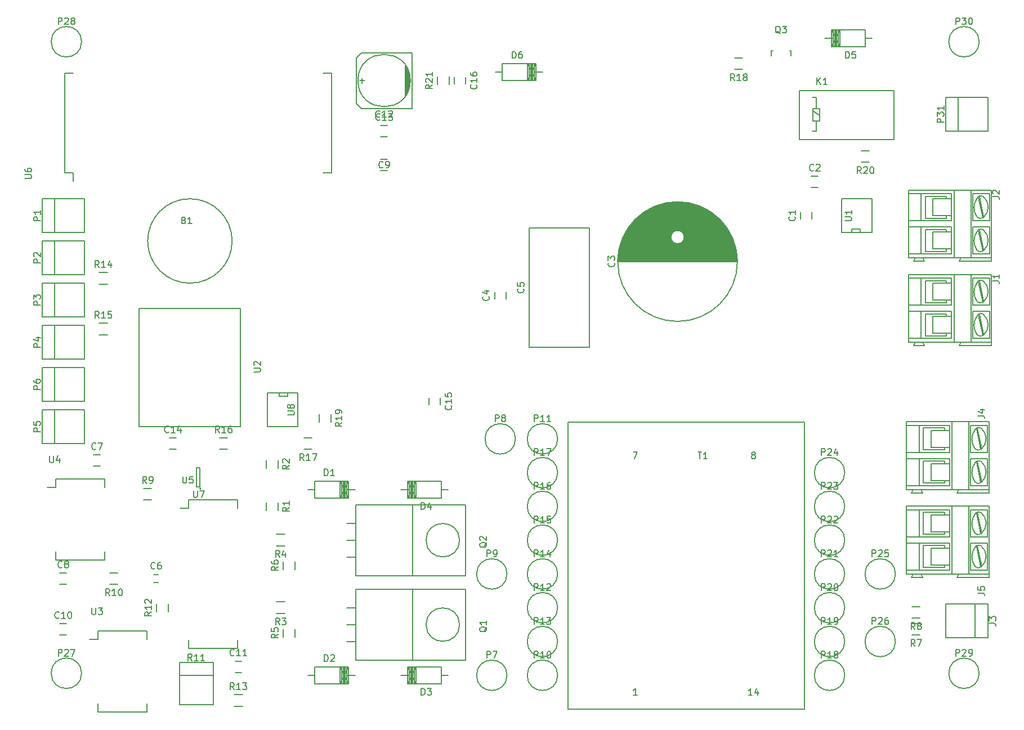
<source format=gto>
G04 #@! TF.FileFunction,Legend,Top*
%FSLAX46Y46*%
G04 Gerber Fmt 4.6, Leading zero omitted, Abs format (unit mm)*
G04 Created by KiCad (PCBNEW (after 2015-mar-04 BZR unknown)-product) date 9/14/2015 9:21:43 PM*
%MOMM*%
G01*
G04 APERTURE LIST*
%ADD10C,0.100000*%
%ADD11C,0.150000*%
G04 APERTURE END LIST*
D10*
D11*
X74930000Y-77470000D02*
G75*
G03X74930000Y-77470000I-6350000J0D01*
G01*
X160440000Y-73160000D02*
X160440000Y-74160000D01*
X162140000Y-74160000D02*
X162140000Y-73160000D01*
X163060000Y-67730000D02*
X162060000Y-67730000D01*
X162060000Y-69430000D02*
X163060000Y-69430000D01*
X140446800Y-71730800D02*
X143266200Y-71705400D01*
X144002800Y-71832400D02*
X139862600Y-71857800D01*
X139329200Y-71959400D02*
X144409200Y-71959400D01*
X144866400Y-72086400D02*
X139024400Y-72086400D01*
X138643400Y-72213400D02*
X145171200Y-72213400D01*
X145501400Y-72340400D02*
X138364000Y-72340400D01*
X138033800Y-72467400D02*
X145755400Y-72467400D01*
X146060200Y-72594400D02*
X137805200Y-72594400D01*
X146314200Y-72721400D02*
X137602000Y-72721400D01*
X132920000Y-80555000D02*
X150920000Y-80555000D01*
X132923000Y-80415000D02*
X150917000Y-80415000D01*
X132928000Y-80275000D02*
X150912000Y-80275000D01*
X132935000Y-80135000D02*
X150905000Y-80135000D01*
X132945000Y-79995000D02*
X150895000Y-79995000D01*
X132958000Y-79855000D02*
X150882000Y-79855000D01*
X132972000Y-79715000D02*
X150868000Y-79715000D01*
X132990000Y-79575000D02*
X150850000Y-79575000D01*
X133010000Y-79435000D02*
X150830000Y-79435000D01*
X133032000Y-79295000D02*
X150808000Y-79295000D01*
X133057000Y-79155000D02*
X150783000Y-79155000D01*
X133085000Y-79015000D02*
X150755000Y-79015000D01*
X133115000Y-78875000D02*
X150725000Y-78875000D01*
X133148000Y-78735000D02*
X150692000Y-78735000D01*
X133183000Y-78595000D02*
X150657000Y-78595000D01*
X133221000Y-78455000D02*
X150619000Y-78455000D01*
X133262000Y-78315000D02*
X150578000Y-78315000D01*
X133306000Y-78175000D02*
X150534000Y-78175000D01*
X133353000Y-78035000D02*
X150487000Y-78035000D01*
X133402000Y-77895000D02*
X150438000Y-77895000D01*
X133454000Y-77755000D02*
X141436000Y-77755000D01*
X142404000Y-77755000D02*
X150386000Y-77755000D01*
X133470000Y-77615000D02*
X141242000Y-77615000D01*
X142598000Y-77615000D02*
X150330000Y-77615000D01*
X133520000Y-77475000D02*
X141116000Y-77475000D01*
X142724000Y-77475000D02*
X150300000Y-77475000D01*
X133570000Y-77335000D02*
X141030000Y-77335000D01*
X142810000Y-77335000D02*
X150270000Y-77335000D01*
X133670000Y-77195000D02*
X140971000Y-77195000D01*
X142869000Y-77195000D02*
X150250000Y-77195000D01*
X133670000Y-77055000D02*
X140935000Y-77055000D01*
X142905000Y-77055000D02*
X150200000Y-77055000D01*
X133735000Y-76915000D02*
X140921000Y-76915000D01*
X142919000Y-76915000D02*
X150120000Y-76915000D01*
X133770000Y-76775000D02*
X140926000Y-76775000D01*
X142914000Y-76775000D02*
X150070000Y-76775000D01*
X133820000Y-76635000D02*
X140950000Y-76635000D01*
X142890000Y-76635000D02*
X149970000Y-76635000D01*
X133920000Y-76495000D02*
X140997000Y-76495000D01*
X142843000Y-76495000D02*
X149870000Y-76495000D01*
X134020000Y-76355000D02*
X141069000Y-76355000D01*
X142771000Y-76355000D02*
X149790000Y-76355000D01*
X134120000Y-76215000D02*
X141173000Y-76215000D01*
X142667000Y-76215000D02*
X149770000Y-76215000D01*
X134170000Y-76075000D02*
X141327000Y-76075000D01*
X142513000Y-76075000D02*
X149700000Y-76075000D01*
X134220000Y-75935000D02*
X141593000Y-75935000D01*
X142247000Y-75935000D02*
X149620000Y-75935000D01*
X134320000Y-75795000D02*
X149520000Y-75795000D01*
X134420000Y-75655000D02*
X149420000Y-75655000D01*
X134520000Y-75515000D02*
X149320000Y-75515000D01*
X134620000Y-75375000D02*
X149220000Y-75375000D01*
X134720000Y-75235000D02*
X149120000Y-75235000D01*
X134820000Y-75095000D02*
X149020000Y-75095000D01*
X134920000Y-74955000D02*
X148920000Y-74955000D01*
X135020000Y-74815000D02*
X148820000Y-74815000D01*
X135120000Y-74675000D02*
X148720000Y-74675000D01*
X135320000Y-74535000D02*
X148520000Y-74535000D01*
X135420000Y-74395000D02*
X148420000Y-74395000D01*
X135520000Y-74255000D02*
X148320000Y-74255000D01*
X135720000Y-74115000D02*
X148120000Y-74115000D01*
X135820000Y-73975000D02*
X148020000Y-73975000D01*
X136020000Y-73835000D02*
X147820000Y-73835000D01*
X136120000Y-73695000D02*
X147720000Y-73695000D01*
X136320000Y-73555000D02*
X147520000Y-73555000D01*
X136470000Y-73415000D02*
X147370000Y-73415000D01*
X136670000Y-73275000D02*
X147170000Y-73275000D01*
X136870000Y-73135000D02*
X146970000Y-73135000D01*
X137120000Y-72995000D02*
X146720000Y-72995000D01*
X137320000Y-72855000D02*
X146520000Y-72855000D01*
X142920000Y-76880000D02*
G75*
G03X142920000Y-76880000I-1000000J0D01*
G01*
X150920000Y-80570000D02*
G75*
G03X150920000Y-80570000I-9000000J0D01*
G01*
X114400000Y-85150000D02*
X114400000Y-86150000D01*
X116100000Y-86150000D02*
X116100000Y-85150000D01*
X119640000Y-93500000D02*
X119640000Y-75500000D01*
X119640000Y-75500000D02*
X128640000Y-75500000D01*
X128640000Y-75500000D02*
X128640000Y-93500000D01*
X128640000Y-93500000D02*
X119640000Y-93500000D01*
X63150000Y-127670000D02*
X63850000Y-127670000D01*
X63850000Y-128870000D02*
X63150000Y-128870000D01*
X55110000Y-109640000D02*
X54110000Y-109640000D01*
X54110000Y-111340000D02*
X55110000Y-111340000D01*
X50030000Y-127420000D02*
X49030000Y-127420000D01*
X49030000Y-129120000D02*
X50030000Y-129120000D01*
X97290000Y-66890000D02*
X98290000Y-66890000D01*
X98290000Y-65190000D02*
X97290000Y-65190000D01*
X50030000Y-135040000D02*
X49030000Y-135040000D01*
X49030000Y-136740000D02*
X50030000Y-136740000D01*
X76380000Y-140680000D02*
X75380000Y-140680000D01*
X75380000Y-142380000D02*
X76380000Y-142380000D01*
X101600000Y-54356000D02*
X101600000Y-52324000D01*
X101473000Y-51943000D02*
X101473000Y-54737000D01*
X101346000Y-54991000D02*
X101346000Y-51689000D01*
X101219000Y-51435000D02*
X101219000Y-55245000D01*
X101092000Y-51308000D02*
X101092000Y-55372000D01*
X100965000Y-55626000D02*
X100965000Y-51054000D01*
X101981000Y-57531000D02*
X101981000Y-49149000D01*
X101981000Y-49149000D02*
X94361000Y-49149000D01*
X94361000Y-49149000D02*
X93599000Y-49911000D01*
X93599000Y-49911000D02*
X93599000Y-56769000D01*
X93599000Y-56769000D02*
X94361000Y-57531000D01*
X94361000Y-57531000D02*
X101981000Y-57531000D01*
X94107000Y-53340000D02*
X94869000Y-53340000D01*
X94488000Y-53721000D02*
X94488000Y-52959000D01*
X101727000Y-53340000D02*
G75*
G03X101727000Y-53340000I-3937000J0D01*
G01*
X98290000Y-60110000D02*
X97290000Y-60110000D01*
X97290000Y-61810000D02*
X98290000Y-61810000D01*
X87310000Y-114862540D02*
X86294000Y-114862540D01*
X92136000Y-114862540D02*
X93406000Y-114862540D01*
X91882000Y-116132540D02*
X91882000Y-113592540D01*
X91628000Y-116132540D02*
X91628000Y-113592540D01*
X91374000Y-116132540D02*
X91374000Y-113592540D01*
X92136000Y-116132540D02*
X92136000Y-113592540D01*
X91120000Y-116132540D02*
X92390000Y-113592540D01*
X92390000Y-116132540D02*
X91120000Y-113592540D01*
X91120000Y-116132540D02*
X91120000Y-113592540D01*
X91755000Y-116132540D02*
X91755000Y-113592540D01*
X92390000Y-113592540D02*
X92390000Y-116132540D01*
X92390000Y-116132540D02*
X87310000Y-116132540D01*
X87310000Y-116132540D02*
X87310000Y-113592540D01*
X87310000Y-113592540D02*
X92390000Y-113592540D01*
X87310000Y-142802540D02*
X86294000Y-142802540D01*
X92136000Y-142802540D02*
X93406000Y-142802540D01*
X91882000Y-144072540D02*
X91882000Y-141532540D01*
X91628000Y-144072540D02*
X91628000Y-141532540D01*
X91374000Y-144072540D02*
X91374000Y-141532540D01*
X92136000Y-144072540D02*
X92136000Y-141532540D01*
X91120000Y-144072540D02*
X92390000Y-141532540D01*
X92390000Y-144072540D02*
X91120000Y-141532540D01*
X91120000Y-144072540D02*
X91120000Y-141532540D01*
X91755000Y-144072540D02*
X91755000Y-141532540D01*
X92390000Y-141532540D02*
X92390000Y-144072540D01*
X92390000Y-144072540D02*
X87310000Y-144072540D01*
X87310000Y-144072540D02*
X87310000Y-141532540D01*
X87310000Y-141532540D02*
X92390000Y-141532540D01*
X106360000Y-142797460D02*
X107376000Y-142797460D01*
X101534000Y-142797460D02*
X100264000Y-142797460D01*
X101788000Y-141527460D02*
X101788000Y-144067460D01*
X102042000Y-141527460D02*
X102042000Y-144067460D01*
X102296000Y-141527460D02*
X102296000Y-144067460D01*
X101534000Y-141527460D02*
X101534000Y-144067460D01*
X102550000Y-141527460D02*
X101280000Y-144067460D01*
X101280000Y-141527460D02*
X102550000Y-144067460D01*
X102550000Y-141527460D02*
X102550000Y-144067460D01*
X101915000Y-141527460D02*
X101915000Y-144067460D01*
X101280000Y-144067460D02*
X101280000Y-141527460D01*
X101280000Y-141527460D02*
X106360000Y-141527460D01*
X106360000Y-141527460D02*
X106360000Y-144067460D01*
X106360000Y-144067460D02*
X101280000Y-144067460D01*
X106360000Y-114857460D02*
X107376000Y-114857460D01*
X101534000Y-114857460D02*
X100264000Y-114857460D01*
X101788000Y-113587460D02*
X101788000Y-116127460D01*
X102042000Y-113587460D02*
X102042000Y-116127460D01*
X102296000Y-113587460D02*
X102296000Y-116127460D01*
X101534000Y-113587460D02*
X101534000Y-116127460D01*
X102550000Y-113587460D02*
X101280000Y-116127460D01*
X101280000Y-113587460D02*
X102550000Y-116127460D01*
X102550000Y-113587460D02*
X102550000Y-116127460D01*
X101915000Y-113587460D02*
X101915000Y-116127460D01*
X101280000Y-116127460D02*
X101280000Y-113587460D01*
X101280000Y-113587460D02*
X106360000Y-113587460D01*
X106360000Y-113587460D02*
X106360000Y-116127460D01*
X106360000Y-116127460D02*
X101280000Y-116127460D01*
X180340000Y-83830400D02*
X180340000Y-86370400D01*
X180340000Y-86370400D02*
X183134000Y-86370400D01*
X183134000Y-83830400D02*
X183134000Y-86370400D01*
X180340000Y-83830400D02*
X183134000Y-83830400D01*
X180340000Y-88834200D02*
X180340000Y-91374200D01*
X180340000Y-91374200D02*
X183134000Y-91374200D01*
X183134000Y-88834200D02*
X183134000Y-91374200D01*
X180340000Y-88834200D02*
X183134000Y-88834200D01*
X189103000Y-92695000D02*
X186055000Y-92695000D01*
X189103000Y-92695000D02*
X189103000Y-82510000D01*
X189103000Y-92695000D02*
X189103000Y-93203000D01*
X189103000Y-93203000D02*
X184277000Y-93203000D01*
X184277000Y-93203000D02*
X184531000Y-92695000D01*
X177419000Y-93203000D02*
X177673000Y-92695000D01*
X177673000Y-92695000D02*
X176657000Y-92695000D01*
X179070000Y-93203000D02*
X178816000Y-92695000D01*
X178816000Y-92695000D02*
X177673000Y-92695000D01*
X179070000Y-93203000D02*
X177419000Y-93203000D01*
X176657000Y-88072200D02*
X178562000Y-88072200D01*
X183134000Y-92136200D02*
X178562000Y-92136200D01*
X176657000Y-88072200D02*
X176657000Y-92136200D01*
X176657000Y-92136200D02*
X176657000Y-92695000D01*
X176657000Y-87132400D02*
X178562000Y-87132400D01*
X176657000Y-87132400D02*
X176657000Y-88072200D01*
X183134000Y-83068400D02*
X178562000Y-83068400D01*
X176657000Y-82510000D02*
X176657000Y-83068400D01*
X176657000Y-83068400D02*
X176657000Y-87132400D01*
X178562000Y-88072200D02*
X178562000Y-92136200D01*
X178562000Y-88072200D02*
X183134000Y-88072200D01*
X178562000Y-92136200D02*
X176657000Y-92136200D01*
X178562000Y-87132400D02*
X178562000Y-83068400D01*
X178562000Y-87132400D02*
X183134000Y-87132400D01*
X178562000Y-83068400D02*
X176657000Y-83068400D01*
X179197000Y-91755200D02*
X182372000Y-91755200D01*
X179197000Y-91755200D02*
X179197000Y-88453200D01*
X179197000Y-88453200D02*
X182372000Y-88453200D01*
X179197000Y-86751400D02*
X182372000Y-86751400D01*
X179197000Y-86751400D02*
X179197000Y-83449400D01*
X179197000Y-83449400D02*
X182372000Y-83449400D01*
X182372000Y-83449400D02*
X182372000Y-83830400D01*
X182372000Y-86751400D02*
X182372000Y-86370400D01*
X182372000Y-88453200D02*
X182372000Y-88834200D01*
X182372000Y-91755200D02*
X182372000Y-91374200D01*
X176657000Y-82510000D02*
X183515000Y-82510000D01*
X183515000Y-82510000D02*
X186055000Y-82510000D01*
X184531000Y-92695000D02*
X183515000Y-92695000D01*
X183515000Y-92695000D02*
X178816000Y-92695000D01*
X186055000Y-82510000D02*
X186055000Y-92695000D01*
X186055000Y-82510000D02*
X189103000Y-82510000D01*
X186055000Y-92695000D02*
X184531000Y-92695000D01*
X186309000Y-88072200D02*
X188849000Y-88072200D01*
X188849000Y-88072200D02*
X188849000Y-92136200D01*
X188849000Y-92136200D02*
X186309000Y-92136200D01*
X186309000Y-92136200D02*
X186309000Y-88072200D01*
X186309000Y-87132400D02*
X188849000Y-87132400D01*
X186309000Y-87132400D02*
X186309000Y-83068400D01*
X186309000Y-83068400D02*
X188849000Y-83068400D01*
X188849000Y-87132400D02*
X188849000Y-83068400D01*
X187325000Y-88478600D02*
X187960000Y-91526600D01*
X187198000Y-88605600D02*
X187833000Y-91653600D01*
X187325000Y-83474800D02*
X187960000Y-86525340D01*
X187198000Y-83601800D02*
X187833000Y-86649800D01*
X183134000Y-83068400D02*
X183134000Y-83449400D01*
X183134000Y-87132400D02*
X183134000Y-86751400D01*
X183134000Y-86751400D02*
X183134000Y-83449400D01*
X183515000Y-82510000D02*
X183515000Y-83449400D01*
X183515000Y-83449400D02*
X183515000Y-86751400D01*
X183515000Y-86751400D02*
X183515000Y-88453200D01*
X183515000Y-92695000D02*
X183515000Y-91755200D01*
X183515000Y-91755200D02*
X183515000Y-88453200D01*
X183134000Y-92136200D02*
X183134000Y-91755200D01*
X183134000Y-88072200D02*
X183134000Y-88453200D01*
X183134000Y-88453200D02*
X183134000Y-91755200D01*
X186965430Y-91572972D02*
G75*
G03X187932060Y-91625660I509430J452772D01*
G01*
X187045104Y-88630272D02*
G75*
G03X186997340Y-91618040I1905496J-1524728D01*
G01*
X187936844Y-91629411D02*
G75*
G03X187883800Y-88478600I-1348444J1553151D01*
G01*
X187933481Y-88529903D02*
G75*
G03X187007500Y-88671640I-407821J-431297D01*
G01*
X186962890Y-86569149D02*
G75*
G03X187932060Y-86624400I511970J452749D01*
G01*
X187045104Y-83629012D02*
G75*
G03X186997340Y-86616780I1905496J-1524728D01*
G01*
X187941847Y-86631573D02*
G75*
G03X187883800Y-83474800I-1353447J1554033D01*
G01*
X187931019Y-83525480D02*
G75*
G03X187007500Y-83670380I-405359J-431920D01*
G01*
X180340000Y-71130400D02*
X180340000Y-73670400D01*
X180340000Y-73670400D02*
X183134000Y-73670400D01*
X183134000Y-71130400D02*
X183134000Y-73670400D01*
X180340000Y-71130400D02*
X183134000Y-71130400D01*
X180340000Y-76134200D02*
X180340000Y-78674200D01*
X180340000Y-78674200D02*
X183134000Y-78674200D01*
X183134000Y-76134200D02*
X183134000Y-78674200D01*
X180340000Y-76134200D02*
X183134000Y-76134200D01*
X189103000Y-79995000D02*
X186055000Y-79995000D01*
X189103000Y-79995000D02*
X189103000Y-69810000D01*
X189103000Y-79995000D02*
X189103000Y-80503000D01*
X189103000Y-80503000D02*
X184277000Y-80503000D01*
X184277000Y-80503000D02*
X184531000Y-79995000D01*
X177419000Y-80503000D02*
X177673000Y-79995000D01*
X177673000Y-79995000D02*
X176657000Y-79995000D01*
X179070000Y-80503000D02*
X178816000Y-79995000D01*
X178816000Y-79995000D02*
X177673000Y-79995000D01*
X179070000Y-80503000D02*
X177419000Y-80503000D01*
X176657000Y-75372200D02*
X178562000Y-75372200D01*
X183134000Y-79436200D02*
X178562000Y-79436200D01*
X176657000Y-75372200D02*
X176657000Y-79436200D01*
X176657000Y-79436200D02*
X176657000Y-79995000D01*
X176657000Y-74432400D02*
X178562000Y-74432400D01*
X176657000Y-74432400D02*
X176657000Y-75372200D01*
X183134000Y-70368400D02*
X178562000Y-70368400D01*
X176657000Y-69810000D02*
X176657000Y-70368400D01*
X176657000Y-70368400D02*
X176657000Y-74432400D01*
X178562000Y-75372200D02*
X178562000Y-79436200D01*
X178562000Y-75372200D02*
X183134000Y-75372200D01*
X178562000Y-79436200D02*
X176657000Y-79436200D01*
X178562000Y-74432400D02*
X178562000Y-70368400D01*
X178562000Y-74432400D02*
X183134000Y-74432400D01*
X178562000Y-70368400D02*
X176657000Y-70368400D01*
X179197000Y-79055200D02*
X182372000Y-79055200D01*
X179197000Y-79055200D02*
X179197000Y-75753200D01*
X179197000Y-75753200D02*
X182372000Y-75753200D01*
X179197000Y-74051400D02*
X182372000Y-74051400D01*
X179197000Y-74051400D02*
X179197000Y-70749400D01*
X179197000Y-70749400D02*
X182372000Y-70749400D01*
X182372000Y-70749400D02*
X182372000Y-71130400D01*
X182372000Y-74051400D02*
X182372000Y-73670400D01*
X182372000Y-75753200D02*
X182372000Y-76134200D01*
X182372000Y-79055200D02*
X182372000Y-78674200D01*
X176657000Y-69810000D02*
X183515000Y-69810000D01*
X183515000Y-69810000D02*
X186055000Y-69810000D01*
X184531000Y-79995000D02*
X183515000Y-79995000D01*
X183515000Y-79995000D02*
X178816000Y-79995000D01*
X186055000Y-69810000D02*
X186055000Y-79995000D01*
X186055000Y-69810000D02*
X189103000Y-69810000D01*
X186055000Y-79995000D02*
X184531000Y-79995000D01*
X186309000Y-75372200D02*
X188849000Y-75372200D01*
X188849000Y-75372200D02*
X188849000Y-79436200D01*
X188849000Y-79436200D02*
X186309000Y-79436200D01*
X186309000Y-79436200D02*
X186309000Y-75372200D01*
X186309000Y-74432400D02*
X188849000Y-74432400D01*
X186309000Y-74432400D02*
X186309000Y-70368400D01*
X186309000Y-70368400D02*
X188849000Y-70368400D01*
X188849000Y-74432400D02*
X188849000Y-70368400D01*
X187325000Y-75778600D02*
X187960000Y-78826600D01*
X187198000Y-75905600D02*
X187833000Y-78953600D01*
X187325000Y-70774800D02*
X187960000Y-73825340D01*
X187198000Y-70901800D02*
X187833000Y-73949800D01*
X183134000Y-70368400D02*
X183134000Y-70749400D01*
X183134000Y-74432400D02*
X183134000Y-74051400D01*
X183134000Y-74051400D02*
X183134000Y-70749400D01*
X183515000Y-69810000D02*
X183515000Y-70749400D01*
X183515000Y-70749400D02*
X183515000Y-74051400D01*
X183515000Y-74051400D02*
X183515000Y-75753200D01*
X183515000Y-79995000D02*
X183515000Y-79055200D01*
X183515000Y-79055200D02*
X183515000Y-75753200D01*
X183134000Y-79436200D02*
X183134000Y-79055200D01*
X183134000Y-75372200D02*
X183134000Y-75753200D01*
X183134000Y-75753200D02*
X183134000Y-79055200D01*
X186965430Y-78872972D02*
G75*
G03X187932060Y-78925660I509430J452772D01*
G01*
X187045104Y-75930272D02*
G75*
G03X186997340Y-78918040I1905496J-1524728D01*
G01*
X187936844Y-78929411D02*
G75*
G03X187883800Y-75778600I-1348444J1553151D01*
G01*
X187933481Y-75829903D02*
G75*
G03X187007500Y-75971640I-407821J-431297D01*
G01*
X186962890Y-73869149D02*
G75*
G03X187932060Y-73924400I511970J452749D01*
G01*
X187045104Y-70929012D02*
G75*
G03X186997340Y-73916780I1905496J-1524728D01*
G01*
X187941847Y-73931573D02*
G75*
G03X187883800Y-70774800I-1353447J1554033D01*
G01*
X187931019Y-70825480D02*
G75*
G03X187007500Y-70970380I-405359J-431920D01*
G01*
X180020000Y-105980400D02*
X180020000Y-108520400D01*
X180020000Y-108520400D02*
X182814000Y-108520400D01*
X182814000Y-105980400D02*
X182814000Y-108520400D01*
X180020000Y-105980400D02*
X182814000Y-105980400D01*
X180020000Y-110984200D02*
X180020000Y-113524200D01*
X180020000Y-113524200D02*
X182814000Y-113524200D01*
X182814000Y-110984200D02*
X182814000Y-113524200D01*
X180020000Y-110984200D02*
X182814000Y-110984200D01*
X188783000Y-114845000D02*
X185735000Y-114845000D01*
X188783000Y-114845000D02*
X188783000Y-104660000D01*
X188783000Y-114845000D02*
X188783000Y-115353000D01*
X188783000Y-115353000D02*
X183957000Y-115353000D01*
X183957000Y-115353000D02*
X184211000Y-114845000D01*
X177099000Y-115353000D02*
X177353000Y-114845000D01*
X177353000Y-114845000D02*
X176337000Y-114845000D01*
X178750000Y-115353000D02*
X178496000Y-114845000D01*
X178496000Y-114845000D02*
X177353000Y-114845000D01*
X178750000Y-115353000D02*
X177099000Y-115353000D01*
X176337000Y-110222200D02*
X178242000Y-110222200D01*
X182814000Y-114286200D02*
X178242000Y-114286200D01*
X176337000Y-110222200D02*
X176337000Y-114286200D01*
X176337000Y-114286200D02*
X176337000Y-114845000D01*
X176337000Y-109282400D02*
X178242000Y-109282400D01*
X176337000Y-109282400D02*
X176337000Y-110222200D01*
X182814000Y-105218400D02*
X178242000Y-105218400D01*
X176337000Y-104660000D02*
X176337000Y-105218400D01*
X176337000Y-105218400D02*
X176337000Y-109282400D01*
X178242000Y-110222200D02*
X178242000Y-114286200D01*
X178242000Y-110222200D02*
X182814000Y-110222200D01*
X178242000Y-114286200D02*
X176337000Y-114286200D01*
X178242000Y-109282400D02*
X178242000Y-105218400D01*
X178242000Y-109282400D02*
X182814000Y-109282400D01*
X178242000Y-105218400D02*
X176337000Y-105218400D01*
X178877000Y-113905200D02*
X182052000Y-113905200D01*
X178877000Y-113905200D02*
X178877000Y-110603200D01*
X178877000Y-110603200D02*
X182052000Y-110603200D01*
X178877000Y-108901400D02*
X182052000Y-108901400D01*
X178877000Y-108901400D02*
X178877000Y-105599400D01*
X178877000Y-105599400D02*
X182052000Y-105599400D01*
X182052000Y-105599400D02*
X182052000Y-105980400D01*
X182052000Y-108901400D02*
X182052000Y-108520400D01*
X182052000Y-110603200D02*
X182052000Y-110984200D01*
X182052000Y-113905200D02*
X182052000Y-113524200D01*
X176337000Y-104660000D02*
X183195000Y-104660000D01*
X183195000Y-104660000D02*
X185735000Y-104660000D01*
X184211000Y-114845000D02*
X183195000Y-114845000D01*
X183195000Y-114845000D02*
X178496000Y-114845000D01*
X185735000Y-104660000D02*
X185735000Y-114845000D01*
X185735000Y-104660000D02*
X188783000Y-104660000D01*
X185735000Y-114845000D02*
X184211000Y-114845000D01*
X185989000Y-110222200D02*
X188529000Y-110222200D01*
X188529000Y-110222200D02*
X188529000Y-114286200D01*
X188529000Y-114286200D02*
X185989000Y-114286200D01*
X185989000Y-114286200D02*
X185989000Y-110222200D01*
X185989000Y-109282400D02*
X188529000Y-109282400D01*
X185989000Y-109282400D02*
X185989000Y-105218400D01*
X185989000Y-105218400D02*
X188529000Y-105218400D01*
X188529000Y-109282400D02*
X188529000Y-105218400D01*
X187005000Y-110628600D02*
X187640000Y-113676600D01*
X186878000Y-110755600D02*
X187513000Y-113803600D01*
X187005000Y-105624800D02*
X187640000Y-108675340D01*
X186878000Y-105751800D02*
X187513000Y-108799800D01*
X182814000Y-105218400D02*
X182814000Y-105599400D01*
X182814000Y-109282400D02*
X182814000Y-108901400D01*
X182814000Y-108901400D02*
X182814000Y-105599400D01*
X183195000Y-104660000D02*
X183195000Y-105599400D01*
X183195000Y-105599400D02*
X183195000Y-108901400D01*
X183195000Y-108901400D02*
X183195000Y-110603200D01*
X183195000Y-114845000D02*
X183195000Y-113905200D01*
X183195000Y-113905200D02*
X183195000Y-110603200D01*
X182814000Y-114286200D02*
X182814000Y-113905200D01*
X182814000Y-110222200D02*
X182814000Y-110603200D01*
X182814000Y-110603200D02*
X182814000Y-113905200D01*
X186645430Y-113722972D02*
G75*
G03X187612060Y-113775660I509430J452772D01*
G01*
X186725104Y-110780272D02*
G75*
G03X186677340Y-113768040I1905496J-1524728D01*
G01*
X187616844Y-113779411D02*
G75*
G03X187563800Y-110628600I-1348444J1553151D01*
G01*
X187613481Y-110679903D02*
G75*
G03X186687500Y-110821640I-407821J-431297D01*
G01*
X186642890Y-108719149D02*
G75*
G03X187612060Y-108774400I511970J452749D01*
G01*
X186725104Y-105779012D02*
G75*
G03X186677340Y-108766780I1905496J-1524728D01*
G01*
X187621847Y-108781573D02*
G75*
G03X187563800Y-105624800I-1353447J1554033D01*
G01*
X187611019Y-105675480D02*
G75*
G03X186687500Y-105820380I-405359J-431920D01*
G01*
X180020000Y-118680400D02*
X180020000Y-121220400D01*
X180020000Y-121220400D02*
X182814000Y-121220400D01*
X182814000Y-118680400D02*
X182814000Y-121220400D01*
X180020000Y-118680400D02*
X182814000Y-118680400D01*
X180020000Y-123684200D02*
X180020000Y-126224200D01*
X180020000Y-126224200D02*
X182814000Y-126224200D01*
X182814000Y-123684200D02*
X182814000Y-126224200D01*
X180020000Y-123684200D02*
X182814000Y-123684200D01*
X188783000Y-127545000D02*
X185735000Y-127545000D01*
X188783000Y-127545000D02*
X188783000Y-117360000D01*
X188783000Y-127545000D02*
X188783000Y-128053000D01*
X188783000Y-128053000D02*
X183957000Y-128053000D01*
X183957000Y-128053000D02*
X184211000Y-127545000D01*
X177099000Y-128053000D02*
X177353000Y-127545000D01*
X177353000Y-127545000D02*
X176337000Y-127545000D01*
X178750000Y-128053000D02*
X178496000Y-127545000D01*
X178496000Y-127545000D02*
X177353000Y-127545000D01*
X178750000Y-128053000D02*
X177099000Y-128053000D01*
X176337000Y-122922200D02*
X178242000Y-122922200D01*
X182814000Y-126986200D02*
X178242000Y-126986200D01*
X176337000Y-122922200D02*
X176337000Y-126986200D01*
X176337000Y-126986200D02*
X176337000Y-127545000D01*
X176337000Y-121982400D02*
X178242000Y-121982400D01*
X176337000Y-121982400D02*
X176337000Y-122922200D01*
X182814000Y-117918400D02*
X178242000Y-117918400D01*
X176337000Y-117360000D02*
X176337000Y-117918400D01*
X176337000Y-117918400D02*
X176337000Y-121982400D01*
X178242000Y-122922200D02*
X178242000Y-126986200D01*
X178242000Y-122922200D02*
X182814000Y-122922200D01*
X178242000Y-126986200D02*
X176337000Y-126986200D01*
X178242000Y-121982400D02*
X178242000Y-117918400D01*
X178242000Y-121982400D02*
X182814000Y-121982400D01*
X178242000Y-117918400D02*
X176337000Y-117918400D01*
X178877000Y-126605200D02*
X182052000Y-126605200D01*
X178877000Y-126605200D02*
X178877000Y-123303200D01*
X178877000Y-123303200D02*
X182052000Y-123303200D01*
X178877000Y-121601400D02*
X182052000Y-121601400D01*
X178877000Y-121601400D02*
X178877000Y-118299400D01*
X178877000Y-118299400D02*
X182052000Y-118299400D01*
X182052000Y-118299400D02*
X182052000Y-118680400D01*
X182052000Y-121601400D02*
X182052000Y-121220400D01*
X182052000Y-123303200D02*
X182052000Y-123684200D01*
X182052000Y-126605200D02*
X182052000Y-126224200D01*
X176337000Y-117360000D02*
X183195000Y-117360000D01*
X183195000Y-117360000D02*
X185735000Y-117360000D01*
X184211000Y-127545000D02*
X183195000Y-127545000D01*
X183195000Y-127545000D02*
X178496000Y-127545000D01*
X185735000Y-117360000D02*
X185735000Y-127545000D01*
X185735000Y-117360000D02*
X188783000Y-117360000D01*
X185735000Y-127545000D02*
X184211000Y-127545000D01*
X185989000Y-122922200D02*
X188529000Y-122922200D01*
X188529000Y-122922200D02*
X188529000Y-126986200D01*
X188529000Y-126986200D02*
X185989000Y-126986200D01*
X185989000Y-126986200D02*
X185989000Y-122922200D01*
X185989000Y-121982400D02*
X188529000Y-121982400D01*
X185989000Y-121982400D02*
X185989000Y-117918400D01*
X185989000Y-117918400D02*
X188529000Y-117918400D01*
X188529000Y-121982400D02*
X188529000Y-117918400D01*
X187005000Y-123328600D02*
X187640000Y-126376600D01*
X186878000Y-123455600D02*
X187513000Y-126503600D01*
X187005000Y-118324800D02*
X187640000Y-121375340D01*
X186878000Y-118451800D02*
X187513000Y-121499800D01*
X182814000Y-117918400D02*
X182814000Y-118299400D01*
X182814000Y-121982400D02*
X182814000Y-121601400D01*
X182814000Y-121601400D02*
X182814000Y-118299400D01*
X183195000Y-117360000D02*
X183195000Y-118299400D01*
X183195000Y-118299400D02*
X183195000Y-121601400D01*
X183195000Y-121601400D02*
X183195000Y-123303200D01*
X183195000Y-127545000D02*
X183195000Y-126605200D01*
X183195000Y-126605200D02*
X183195000Y-123303200D01*
X182814000Y-126986200D02*
X182814000Y-126605200D01*
X182814000Y-122922200D02*
X182814000Y-123303200D01*
X182814000Y-123303200D02*
X182814000Y-126605200D01*
X186645430Y-126422972D02*
G75*
G03X187612060Y-126475660I509430J452772D01*
G01*
X186725104Y-123480272D02*
G75*
G03X186677340Y-126468040I1905496J-1524728D01*
G01*
X187616844Y-126479411D02*
G75*
G03X187563800Y-123328600I-1348444J1553151D01*
G01*
X187613481Y-123379903D02*
G75*
G03X186687500Y-123521640I-407821J-431297D01*
G01*
X186642890Y-121419149D02*
G75*
G03X187612060Y-121474400I511970J452749D01*
G01*
X186725104Y-118479012D02*
G75*
G03X186677340Y-121466780I1905496J-1524728D01*
G01*
X187621847Y-121481573D02*
G75*
G03X187563800Y-118324800I-1353447J1554033D01*
G01*
X187611019Y-118375480D02*
G75*
G03X186687500Y-118520380I-405359J-431920D01*
G01*
X116266000Y-142800000D02*
G75*
G03X116266000Y-142800000I-2286000J0D01*
G01*
X117536000Y-107240000D02*
G75*
G03X117536000Y-107240000I-2286000J0D01*
G01*
X116266000Y-127560000D02*
G75*
G03X116266000Y-127560000I-2286000J0D01*
G01*
X123886000Y-142800000D02*
G75*
G03X123886000Y-142800000I-2286000J0D01*
G01*
X123886000Y-107240000D02*
G75*
G03X123886000Y-107240000I-2286000J0D01*
G01*
X123886000Y-132640000D02*
G75*
G03X123886000Y-132640000I-2286000J0D01*
G01*
X123886000Y-137720000D02*
G75*
G03X123886000Y-137720000I-2286000J0D01*
G01*
X123886000Y-127560000D02*
G75*
G03X123886000Y-127560000I-2286000J0D01*
G01*
X123886000Y-122480000D02*
G75*
G03X123886000Y-122480000I-2286000J0D01*
G01*
X123886000Y-117400000D02*
G75*
G03X123886000Y-117400000I-2286000J0D01*
G01*
X123886000Y-112320000D02*
G75*
G03X123886000Y-112320000I-2286000J0D01*
G01*
X167066000Y-142800000D02*
G75*
G03X167066000Y-142800000I-2286000J0D01*
G01*
X167066000Y-137720000D02*
G75*
G03X167066000Y-137720000I-2286000J0D01*
G01*
X167066000Y-132640000D02*
G75*
G03X167066000Y-132640000I-2286000J0D01*
G01*
X167066000Y-127560000D02*
G75*
G03X167066000Y-127560000I-2286000J0D01*
G01*
X167066000Y-122480000D02*
G75*
G03X167066000Y-122480000I-2286000J0D01*
G01*
X167066000Y-117400000D02*
G75*
G03X167066000Y-117400000I-2286000J0D01*
G01*
X167066000Y-112320000D02*
G75*
G03X167066000Y-112320000I-2286000J0D01*
G01*
X174686000Y-127560000D02*
G75*
G03X174686000Y-127560000I-2286000J0D01*
G01*
X174686000Y-137720000D02*
G75*
G03X174686000Y-137720000I-2286000J0D01*
G01*
X80085000Y-118000000D02*
X80085000Y-116800000D01*
X81835000Y-116800000D02*
X81835000Y-118000000D01*
X80085000Y-111650000D02*
X80085000Y-110450000D01*
X81835000Y-110450000D02*
X81835000Y-111650000D01*
X81630000Y-131765000D02*
X82830000Y-131765000D01*
X82830000Y-133515000D02*
X81630000Y-133515000D01*
X81630000Y-121605000D02*
X82830000Y-121605000D01*
X82830000Y-123355000D02*
X81630000Y-123355000D01*
X84375000Y-135850000D02*
X84375000Y-137050000D01*
X82625000Y-137050000D02*
X82625000Y-135850000D01*
X84375000Y-125690000D02*
X84375000Y-126890000D01*
X82625000Y-126890000D02*
X82625000Y-125690000D01*
X177200000Y-135015000D02*
X178400000Y-135015000D01*
X178400000Y-136765000D02*
X177200000Y-136765000D01*
X177200000Y-132475000D02*
X178400000Y-132475000D01*
X178400000Y-134225000D02*
X177200000Y-134225000D01*
X62830000Y-116445000D02*
X61630000Y-116445000D01*
X61630000Y-114695000D02*
X62830000Y-114695000D01*
X56550000Y-127395000D02*
X57750000Y-127395000D01*
X57750000Y-129145000D02*
X56550000Y-129145000D01*
X65325000Y-132040000D02*
X65325000Y-133240000D01*
X63575000Y-133240000D02*
X63575000Y-132040000D01*
X76480000Y-147485000D02*
X75280000Y-147485000D01*
X75280000Y-145735000D02*
X76480000Y-145735000D01*
X56160000Y-83985000D02*
X54960000Y-83985000D01*
X54960000Y-82235000D02*
X56160000Y-82235000D01*
X56160000Y-91605000D02*
X54960000Y-91605000D01*
X54960000Y-89855000D02*
X56160000Y-89855000D01*
X125410000Y-104700000D02*
X160970000Y-104700000D01*
X160970000Y-104700000D02*
X160970000Y-147880000D01*
X160970000Y-147880000D02*
X125410000Y-147880000D01*
X125410000Y-147880000D02*
X125410000Y-104700000D01*
X166624000Y-76200000D02*
X166624000Y-71120000D01*
X166624000Y-71120000D02*
X171196000Y-71120000D01*
X171196000Y-71120000D02*
X171196000Y-76200000D01*
X171196000Y-76200000D02*
X166624000Y-76200000D01*
X168148000Y-76200000D02*
X168148000Y-75692000D01*
X168148000Y-75692000D02*
X169418000Y-75692000D01*
X169418000Y-75692000D02*
X169418000Y-76200000D01*
X76200000Y-87630000D02*
X76200000Y-105410000D01*
X76200000Y-105410000D02*
X60960000Y-105410000D01*
X60960000Y-105410000D02*
X60960000Y-87630000D01*
X60960000Y-87630000D02*
X76200000Y-87630000D01*
X54745000Y-136135000D02*
X54745000Y-137405000D01*
X62095000Y-136135000D02*
X62095000Y-137405000D01*
X62095000Y-148345000D02*
X62095000Y-147075000D01*
X54745000Y-148345000D02*
X54745000Y-147075000D01*
X54745000Y-136135000D02*
X62095000Y-136135000D01*
X54745000Y-148345000D02*
X62095000Y-148345000D01*
X54745000Y-137405000D02*
X53460000Y-137405000D01*
X48395000Y-113275000D02*
X48395000Y-114545000D01*
X55745000Y-113275000D02*
X55745000Y-114545000D01*
X55745000Y-125485000D02*
X55745000Y-124215000D01*
X48395000Y-125485000D02*
X48395000Y-124215000D01*
X48395000Y-113275000D02*
X55745000Y-113275000D01*
X48395000Y-125485000D02*
X55745000Y-125485000D01*
X48395000Y-114545000D02*
X47110000Y-114545000D01*
X68395000Y-116375000D02*
X68395000Y-117645000D01*
X75745000Y-116375000D02*
X75745000Y-117645000D01*
X75745000Y-138745000D02*
X75745000Y-137475000D01*
X68395000Y-138745000D02*
X68395000Y-137475000D01*
X68395000Y-116375000D02*
X75745000Y-116375000D01*
X68395000Y-138745000D02*
X75745000Y-138745000D01*
X68395000Y-117645000D02*
X67110000Y-117645000D01*
X49775000Y-67175000D02*
X51045000Y-67175000D01*
X49775000Y-52205000D02*
X51045000Y-52205000D01*
X89925000Y-52205000D02*
X88655000Y-52205000D01*
X89925000Y-67175000D02*
X88655000Y-67175000D01*
X49775000Y-67175000D02*
X49775000Y-52205000D01*
X89925000Y-67175000D02*
X89925000Y-52205000D01*
X51045000Y-67175000D02*
X51045000Y-68460000D01*
X93533000Y-132640000D02*
X92136000Y-132640000D01*
X93533000Y-135180000D02*
X92136000Y-135180000D01*
X93533000Y-137720000D02*
X92136000Y-137720000D01*
X109128472Y-135180000D02*
G75*
G03X109128472Y-135180000I-2514472J0D01*
G01*
X102042000Y-140514000D02*
X110043000Y-140514000D01*
X110043000Y-140514000D02*
X110043000Y-129846000D01*
X110043000Y-129846000D02*
X102042000Y-129846000D01*
X93533000Y-140514000D02*
X102042000Y-140514000D01*
X102042000Y-140514000D02*
X102042000Y-129846000D01*
X102042000Y-129846000D02*
X93533000Y-129846000D01*
X93533000Y-135180000D02*
X93533000Y-129846000D01*
X93533000Y-135180000D02*
X93533000Y-140514000D01*
X93533000Y-119940000D02*
X92136000Y-119940000D01*
X93533000Y-122480000D02*
X92136000Y-122480000D01*
X93533000Y-125020000D02*
X92136000Y-125020000D01*
X109128472Y-122480000D02*
G75*
G03X109128472Y-122480000I-2514472J0D01*
G01*
X102042000Y-127814000D02*
X110043000Y-127814000D01*
X110043000Y-127814000D02*
X110043000Y-117146000D01*
X110043000Y-117146000D02*
X102042000Y-117146000D01*
X93533000Y-127814000D02*
X102042000Y-127814000D01*
X102042000Y-127814000D02*
X102042000Y-117146000D01*
X102042000Y-117146000D02*
X93533000Y-117146000D01*
X93533000Y-122480000D02*
X93533000Y-117146000D01*
X93533000Y-122480000D02*
X93533000Y-127814000D01*
X186690000Y-137160000D02*
X186690000Y-132080000D01*
X182245000Y-137160000D02*
X182245000Y-132080000D01*
X188595000Y-132080000D02*
X188595000Y-137160000D01*
X188595000Y-132080000D02*
X182245000Y-132080000D01*
X188595000Y-137160000D02*
X182245000Y-137160000D01*
X48260000Y-71120000D02*
X48260000Y-76200000D01*
X52705000Y-71120000D02*
X52705000Y-76200000D01*
X46355000Y-76200000D02*
X46355000Y-71120000D01*
X46355000Y-76200000D02*
X52705000Y-76200000D01*
X46355000Y-71120000D02*
X52705000Y-71120000D01*
X48260000Y-77470000D02*
X48260000Y-82550000D01*
X52705000Y-77470000D02*
X52705000Y-82550000D01*
X46355000Y-82550000D02*
X46355000Y-77470000D01*
X46355000Y-82550000D02*
X52705000Y-82550000D01*
X46355000Y-77470000D02*
X52705000Y-77470000D01*
X48260000Y-83820000D02*
X48260000Y-88900000D01*
X52705000Y-83820000D02*
X52705000Y-88900000D01*
X46355000Y-88900000D02*
X46355000Y-83820000D01*
X46355000Y-88900000D02*
X52705000Y-88900000D01*
X46355000Y-83820000D02*
X52705000Y-83820000D01*
X48260000Y-90170000D02*
X48260000Y-95250000D01*
X52705000Y-90170000D02*
X52705000Y-95250000D01*
X46355000Y-95250000D02*
X46355000Y-90170000D01*
X46355000Y-95250000D02*
X52705000Y-95250000D01*
X46355000Y-90170000D02*
X52705000Y-90170000D01*
X48260000Y-102870000D02*
X48260000Y-107950000D01*
X52705000Y-102870000D02*
X52705000Y-107950000D01*
X46355000Y-107950000D02*
X46355000Y-102870000D01*
X46355000Y-107950000D02*
X52705000Y-107950000D01*
X46355000Y-102870000D02*
X52705000Y-102870000D01*
X48260000Y-96520000D02*
X48260000Y-101600000D01*
X52705000Y-96520000D02*
X52705000Y-101600000D01*
X46355000Y-101600000D02*
X46355000Y-96520000D01*
X46355000Y-101600000D02*
X52705000Y-101600000D01*
X46355000Y-96520000D02*
X52705000Y-96520000D01*
X72070000Y-142800000D02*
X66990000Y-142800000D01*
X72070000Y-147245000D02*
X66990000Y-147245000D01*
X66990000Y-140895000D02*
X72070000Y-140895000D01*
X66990000Y-140895000D02*
X66990000Y-147245000D01*
X72070000Y-140895000D02*
X72070000Y-147245000D01*
X52286000Y-142500000D02*
G75*
G03X52286000Y-142500000I-2286000J0D01*
G01*
X52286000Y-47500000D02*
G75*
G03X52286000Y-47500000I-2286000J0D01*
G01*
X187286000Y-142500000D02*
G75*
G03X187286000Y-142500000I-2286000J0D01*
G01*
X187286000Y-47500000D02*
G75*
G03X187286000Y-47500000I-2286000J0D01*
G01*
X66540000Y-107100000D02*
X65540000Y-107100000D01*
X65540000Y-108800000D02*
X66540000Y-108800000D01*
X106260000Y-102100000D02*
X106260000Y-101100000D01*
X104560000Y-101100000D02*
X104560000Y-102100000D01*
X74260000Y-108825000D02*
X73060000Y-108825000D01*
X73060000Y-107075000D02*
X74260000Y-107075000D01*
X110070000Y-53840000D02*
X110070000Y-52840000D01*
X108370000Y-52840000D02*
X108370000Y-53840000D01*
X170180000Y-46987460D02*
X171196000Y-46987460D01*
X165354000Y-46987460D02*
X164084000Y-46987460D01*
X165608000Y-45717460D02*
X165608000Y-48257460D01*
X165862000Y-45717460D02*
X165862000Y-48257460D01*
X166116000Y-45717460D02*
X166116000Y-48257460D01*
X165354000Y-45717460D02*
X165354000Y-48257460D01*
X166370000Y-45717460D02*
X165100000Y-48257460D01*
X165100000Y-45717460D02*
X166370000Y-48257460D01*
X166370000Y-45717460D02*
X166370000Y-48257460D01*
X165735000Y-45717460D02*
X165735000Y-48257460D01*
X165100000Y-48257460D02*
X165100000Y-45717460D01*
X165100000Y-45717460D02*
X170180000Y-45717460D01*
X170180000Y-45717460D02*
X170180000Y-48257460D01*
X170180000Y-48257460D02*
X165100000Y-48257460D01*
X115570000Y-52072540D02*
X114554000Y-52072540D01*
X120396000Y-52072540D02*
X121666000Y-52072540D01*
X120142000Y-53342540D02*
X120142000Y-50802540D01*
X119888000Y-53342540D02*
X119888000Y-50802540D01*
X119634000Y-53342540D02*
X119634000Y-50802540D01*
X120396000Y-53342540D02*
X120396000Y-50802540D01*
X119380000Y-53342540D02*
X120650000Y-50802540D01*
X120650000Y-53342540D02*
X119380000Y-50802540D01*
X119380000Y-53342540D02*
X119380000Y-50802540D01*
X120015000Y-53342540D02*
X120015000Y-50802540D01*
X120650000Y-50802540D02*
X120650000Y-53342540D01*
X120650000Y-53342540D02*
X115570000Y-53342540D01*
X115570000Y-53342540D02*
X115570000Y-50802540D01*
X115570000Y-50802540D02*
X120650000Y-50802540D01*
X160274000Y-54864000D02*
X174498000Y-54864000D01*
X174498000Y-54864000D02*
X174498000Y-62230000D01*
X174498000Y-62230000D02*
X160274000Y-62230000D01*
X160274000Y-62230000D02*
X160274000Y-54864000D01*
X162814000Y-59436000D02*
X162814000Y-60960000D01*
X162814000Y-57531000D02*
X162814000Y-55880000D01*
X162306000Y-57912000D02*
X163322000Y-58547000D01*
X162179000Y-60985000D02*
X162814000Y-60985000D01*
X162179000Y-55880000D02*
X162814000Y-55880000D01*
X162306000Y-57531000D02*
X162306000Y-59436000D01*
X162306000Y-59436000D02*
X163322000Y-59436000D01*
X163322000Y-59436000D02*
X163322000Y-57531000D01*
X162306000Y-57531000D02*
X163322000Y-57531000D01*
X184150000Y-55880000D02*
X184150000Y-60960000D01*
X188595000Y-55880000D02*
X188595000Y-60960000D01*
X182245000Y-60960000D02*
X182245000Y-55880000D01*
X182245000Y-60960000D02*
X188595000Y-60960000D01*
X182245000Y-55880000D02*
X188595000Y-55880000D01*
X155980180Y-49580800D02*
X155980180Y-48879760D01*
X155980180Y-48879760D02*
X156229100Y-48879760D01*
X158779160Y-48879760D02*
X158979820Y-48879760D01*
X158979820Y-48879760D02*
X158979820Y-49580800D01*
X85760000Y-107075000D02*
X86960000Y-107075000D01*
X86960000Y-108825000D02*
X85760000Y-108825000D01*
X150530000Y-49925000D02*
X151730000Y-49925000D01*
X151730000Y-51675000D02*
X150530000Y-51675000D01*
X88025000Y-104740000D02*
X88025000Y-103540000D01*
X89775000Y-103540000D02*
X89775000Y-104740000D01*
X169580000Y-63895000D02*
X170780000Y-63895000D01*
X170780000Y-65645000D02*
X169580000Y-65645000D01*
X107555000Y-52740000D02*
X107555000Y-53940000D01*
X105805000Y-53940000D02*
X105805000Y-52740000D01*
X84836000Y-100330000D02*
X84836000Y-105410000D01*
X84836000Y-105410000D02*
X80264000Y-105410000D01*
X80264000Y-105410000D02*
X80264000Y-100330000D01*
X80264000Y-100330000D02*
X84836000Y-100330000D01*
X83312000Y-100330000D02*
X83312000Y-100838000D01*
X83312000Y-100838000D02*
X82042000Y-100838000D01*
X82042000Y-100838000D02*
X82042000Y-100330000D01*
X70250000Y-114730000D02*
G75*
G03X70250000Y-114730000I-100000J0D01*
G01*
X69600000Y-114480000D02*
X70100000Y-114480000D01*
X69600000Y-111580000D02*
X69600000Y-114480000D01*
X70100000Y-111580000D02*
X69600000Y-111580000D01*
X70100000Y-114480000D02*
X70100000Y-111580000D01*
X67667239Y-74350571D02*
X67810096Y-74398190D01*
X67857715Y-74445810D01*
X67905334Y-74541048D01*
X67905334Y-74683905D01*
X67857715Y-74779143D01*
X67810096Y-74826762D01*
X67714858Y-74874381D01*
X67333905Y-74874381D01*
X67333905Y-73874381D01*
X67667239Y-73874381D01*
X67762477Y-73922000D01*
X67810096Y-73969619D01*
X67857715Y-74064857D01*
X67857715Y-74160095D01*
X67810096Y-74255333D01*
X67762477Y-74302952D01*
X67667239Y-74350571D01*
X67333905Y-74350571D01*
X68857715Y-74874381D02*
X68286286Y-74874381D01*
X68572000Y-74874381D02*
X68572000Y-73874381D01*
X68476762Y-74017238D01*
X68381524Y-74112476D01*
X68286286Y-74160095D01*
X159547143Y-73826666D02*
X159594762Y-73874285D01*
X159642381Y-74017142D01*
X159642381Y-74112380D01*
X159594762Y-74255238D01*
X159499524Y-74350476D01*
X159404286Y-74398095D01*
X159213810Y-74445714D01*
X159070952Y-74445714D01*
X158880476Y-74398095D01*
X158785238Y-74350476D01*
X158690000Y-74255238D01*
X158642381Y-74112380D01*
X158642381Y-74017142D01*
X158690000Y-73874285D01*
X158737619Y-73826666D01*
X159642381Y-72874285D02*
X159642381Y-73445714D01*
X159642381Y-73160000D02*
X158642381Y-73160000D01*
X158785238Y-73255238D01*
X158880476Y-73350476D01*
X158928095Y-73445714D01*
X162393334Y-66837143D02*
X162345715Y-66884762D01*
X162202858Y-66932381D01*
X162107620Y-66932381D01*
X161964762Y-66884762D01*
X161869524Y-66789524D01*
X161821905Y-66694286D01*
X161774286Y-66503810D01*
X161774286Y-66360952D01*
X161821905Y-66170476D01*
X161869524Y-66075238D01*
X161964762Y-65980000D01*
X162107620Y-65932381D01*
X162202858Y-65932381D01*
X162345715Y-65980000D01*
X162393334Y-66027619D01*
X162774286Y-66027619D02*
X162821905Y-65980000D01*
X162917143Y-65932381D01*
X163155239Y-65932381D01*
X163250477Y-65980000D01*
X163298096Y-66027619D01*
X163345715Y-66122857D01*
X163345715Y-66218095D01*
X163298096Y-66360952D01*
X162726667Y-66932381D01*
X163345715Y-66932381D01*
X132371143Y-80736666D02*
X132418762Y-80784285D01*
X132466381Y-80927142D01*
X132466381Y-81022380D01*
X132418762Y-81165238D01*
X132323524Y-81260476D01*
X132228286Y-81308095D01*
X132037810Y-81355714D01*
X131894952Y-81355714D01*
X131704476Y-81308095D01*
X131609238Y-81260476D01*
X131514000Y-81165238D01*
X131466381Y-81022380D01*
X131466381Y-80927142D01*
X131514000Y-80784285D01*
X131561619Y-80736666D01*
X131466381Y-80403333D02*
X131466381Y-79784285D01*
X131847333Y-80117619D01*
X131847333Y-79974761D01*
X131894952Y-79879523D01*
X131942571Y-79831904D01*
X132037810Y-79784285D01*
X132275905Y-79784285D01*
X132371143Y-79831904D01*
X132418762Y-79879523D01*
X132466381Y-79974761D01*
X132466381Y-80260476D01*
X132418762Y-80355714D01*
X132371143Y-80403333D01*
X113507143Y-85816666D02*
X113554762Y-85864285D01*
X113602381Y-86007142D01*
X113602381Y-86102380D01*
X113554762Y-86245238D01*
X113459524Y-86340476D01*
X113364286Y-86388095D01*
X113173810Y-86435714D01*
X113030952Y-86435714D01*
X112840476Y-86388095D01*
X112745238Y-86340476D01*
X112650000Y-86245238D01*
X112602381Y-86102380D01*
X112602381Y-86007142D01*
X112650000Y-85864285D01*
X112697619Y-85816666D01*
X112935714Y-84959523D02*
X113602381Y-84959523D01*
X112554762Y-85197619D02*
X113269048Y-85435714D01*
X113269048Y-84816666D01*
X118747143Y-84666666D02*
X118794762Y-84714285D01*
X118842381Y-84857142D01*
X118842381Y-84952380D01*
X118794762Y-85095238D01*
X118699524Y-85190476D01*
X118604286Y-85238095D01*
X118413810Y-85285714D01*
X118270952Y-85285714D01*
X118080476Y-85238095D01*
X117985238Y-85190476D01*
X117890000Y-85095238D01*
X117842381Y-84952380D01*
X117842381Y-84857142D01*
X117890000Y-84714285D01*
X117937619Y-84666666D01*
X117842381Y-83761904D02*
X117842381Y-84238095D01*
X118318571Y-84285714D01*
X118270952Y-84238095D01*
X118223333Y-84142857D01*
X118223333Y-83904761D01*
X118270952Y-83809523D01*
X118318571Y-83761904D01*
X118413810Y-83714285D01*
X118651905Y-83714285D01*
X118747143Y-83761904D01*
X118794762Y-83809523D01*
X118842381Y-83904761D01*
X118842381Y-84142857D01*
X118794762Y-84238095D01*
X118747143Y-84285714D01*
X63333334Y-126727143D02*
X63285715Y-126774762D01*
X63142858Y-126822381D01*
X63047620Y-126822381D01*
X62904762Y-126774762D01*
X62809524Y-126679524D01*
X62761905Y-126584286D01*
X62714286Y-126393810D01*
X62714286Y-126250952D01*
X62761905Y-126060476D01*
X62809524Y-125965238D01*
X62904762Y-125870000D01*
X63047620Y-125822381D01*
X63142858Y-125822381D01*
X63285715Y-125870000D01*
X63333334Y-125917619D01*
X64190477Y-125822381D02*
X64000000Y-125822381D01*
X63904762Y-125870000D01*
X63857143Y-125917619D01*
X63761905Y-126060476D01*
X63714286Y-126250952D01*
X63714286Y-126631905D01*
X63761905Y-126727143D01*
X63809524Y-126774762D01*
X63904762Y-126822381D01*
X64095239Y-126822381D01*
X64190477Y-126774762D01*
X64238096Y-126727143D01*
X64285715Y-126631905D01*
X64285715Y-126393810D01*
X64238096Y-126298571D01*
X64190477Y-126250952D01*
X64095239Y-126203333D01*
X63904762Y-126203333D01*
X63809524Y-126250952D01*
X63761905Y-126298571D01*
X63714286Y-126393810D01*
X54443334Y-108747143D02*
X54395715Y-108794762D01*
X54252858Y-108842381D01*
X54157620Y-108842381D01*
X54014762Y-108794762D01*
X53919524Y-108699524D01*
X53871905Y-108604286D01*
X53824286Y-108413810D01*
X53824286Y-108270952D01*
X53871905Y-108080476D01*
X53919524Y-107985238D01*
X54014762Y-107890000D01*
X54157620Y-107842381D01*
X54252858Y-107842381D01*
X54395715Y-107890000D01*
X54443334Y-107937619D01*
X54776667Y-107842381D02*
X55443334Y-107842381D01*
X55014762Y-108842381D01*
X49363334Y-126527143D02*
X49315715Y-126574762D01*
X49172858Y-126622381D01*
X49077620Y-126622381D01*
X48934762Y-126574762D01*
X48839524Y-126479524D01*
X48791905Y-126384286D01*
X48744286Y-126193810D01*
X48744286Y-126050952D01*
X48791905Y-125860476D01*
X48839524Y-125765238D01*
X48934762Y-125670000D01*
X49077620Y-125622381D01*
X49172858Y-125622381D01*
X49315715Y-125670000D01*
X49363334Y-125717619D01*
X49934762Y-126050952D02*
X49839524Y-126003333D01*
X49791905Y-125955714D01*
X49744286Y-125860476D01*
X49744286Y-125812857D01*
X49791905Y-125717619D01*
X49839524Y-125670000D01*
X49934762Y-125622381D01*
X50125239Y-125622381D01*
X50220477Y-125670000D01*
X50268096Y-125717619D01*
X50315715Y-125812857D01*
X50315715Y-125860476D01*
X50268096Y-125955714D01*
X50220477Y-126003333D01*
X50125239Y-126050952D01*
X49934762Y-126050952D01*
X49839524Y-126098571D01*
X49791905Y-126146190D01*
X49744286Y-126241429D01*
X49744286Y-126431905D01*
X49791905Y-126527143D01*
X49839524Y-126574762D01*
X49934762Y-126622381D01*
X50125239Y-126622381D01*
X50220477Y-126574762D01*
X50268096Y-126527143D01*
X50315715Y-126431905D01*
X50315715Y-126241429D01*
X50268096Y-126146190D01*
X50220477Y-126098571D01*
X50125239Y-126050952D01*
X97623334Y-66397143D02*
X97575715Y-66444762D01*
X97432858Y-66492381D01*
X97337620Y-66492381D01*
X97194762Y-66444762D01*
X97099524Y-66349524D01*
X97051905Y-66254286D01*
X97004286Y-66063810D01*
X97004286Y-65920952D01*
X97051905Y-65730476D01*
X97099524Y-65635238D01*
X97194762Y-65540000D01*
X97337620Y-65492381D01*
X97432858Y-65492381D01*
X97575715Y-65540000D01*
X97623334Y-65587619D01*
X98099524Y-66492381D02*
X98290000Y-66492381D01*
X98385239Y-66444762D01*
X98432858Y-66397143D01*
X98528096Y-66254286D01*
X98575715Y-66063810D01*
X98575715Y-65682857D01*
X98528096Y-65587619D01*
X98480477Y-65540000D01*
X98385239Y-65492381D01*
X98194762Y-65492381D01*
X98099524Y-65540000D01*
X98051905Y-65587619D01*
X98004286Y-65682857D01*
X98004286Y-65920952D01*
X98051905Y-66016190D01*
X98099524Y-66063810D01*
X98194762Y-66111429D01*
X98385239Y-66111429D01*
X98480477Y-66063810D01*
X98528096Y-66016190D01*
X98575715Y-65920952D01*
X48887143Y-134147143D02*
X48839524Y-134194762D01*
X48696667Y-134242381D01*
X48601429Y-134242381D01*
X48458571Y-134194762D01*
X48363333Y-134099524D01*
X48315714Y-134004286D01*
X48268095Y-133813810D01*
X48268095Y-133670952D01*
X48315714Y-133480476D01*
X48363333Y-133385238D01*
X48458571Y-133290000D01*
X48601429Y-133242381D01*
X48696667Y-133242381D01*
X48839524Y-133290000D01*
X48887143Y-133337619D01*
X49839524Y-134242381D02*
X49268095Y-134242381D01*
X49553809Y-134242381D02*
X49553809Y-133242381D01*
X49458571Y-133385238D01*
X49363333Y-133480476D01*
X49268095Y-133528095D01*
X50458571Y-133242381D02*
X50553810Y-133242381D01*
X50649048Y-133290000D01*
X50696667Y-133337619D01*
X50744286Y-133432857D01*
X50791905Y-133623333D01*
X50791905Y-133861429D01*
X50744286Y-134051905D01*
X50696667Y-134147143D01*
X50649048Y-134194762D01*
X50553810Y-134242381D01*
X50458571Y-134242381D01*
X50363333Y-134194762D01*
X50315714Y-134147143D01*
X50268095Y-134051905D01*
X50220476Y-133861429D01*
X50220476Y-133623333D01*
X50268095Y-133432857D01*
X50315714Y-133337619D01*
X50363333Y-133290000D01*
X50458571Y-133242381D01*
X75237143Y-139787143D02*
X75189524Y-139834762D01*
X75046667Y-139882381D01*
X74951429Y-139882381D01*
X74808571Y-139834762D01*
X74713333Y-139739524D01*
X74665714Y-139644286D01*
X74618095Y-139453810D01*
X74618095Y-139310952D01*
X74665714Y-139120476D01*
X74713333Y-139025238D01*
X74808571Y-138930000D01*
X74951429Y-138882381D01*
X75046667Y-138882381D01*
X75189524Y-138930000D01*
X75237143Y-138977619D01*
X76189524Y-139882381D02*
X75618095Y-139882381D01*
X75903809Y-139882381D02*
X75903809Y-138882381D01*
X75808571Y-139025238D01*
X75713333Y-139120476D01*
X75618095Y-139168095D01*
X77141905Y-139882381D02*
X76570476Y-139882381D01*
X76856190Y-139882381D02*
X76856190Y-138882381D01*
X76760952Y-139025238D01*
X76665714Y-139120476D01*
X76570476Y-139168095D01*
X97147143Y-58777143D02*
X97099524Y-58824762D01*
X96956667Y-58872381D01*
X96861429Y-58872381D01*
X96718571Y-58824762D01*
X96623333Y-58729524D01*
X96575714Y-58634286D01*
X96528095Y-58443810D01*
X96528095Y-58300952D01*
X96575714Y-58110476D01*
X96623333Y-58015238D01*
X96718571Y-57920000D01*
X96861429Y-57872381D01*
X96956667Y-57872381D01*
X97099524Y-57920000D01*
X97147143Y-57967619D01*
X98099524Y-58872381D02*
X97528095Y-58872381D01*
X97813809Y-58872381D02*
X97813809Y-57872381D01*
X97718571Y-58015238D01*
X97623333Y-58110476D01*
X97528095Y-58158095D01*
X98480476Y-57967619D02*
X98528095Y-57920000D01*
X98623333Y-57872381D01*
X98861429Y-57872381D01*
X98956667Y-57920000D01*
X99004286Y-57967619D01*
X99051905Y-58062857D01*
X99051905Y-58158095D01*
X99004286Y-58300952D01*
X98432857Y-58872381D01*
X99051905Y-58872381D01*
X97147143Y-59217143D02*
X97099524Y-59264762D01*
X96956667Y-59312381D01*
X96861429Y-59312381D01*
X96718571Y-59264762D01*
X96623333Y-59169524D01*
X96575714Y-59074286D01*
X96528095Y-58883810D01*
X96528095Y-58740952D01*
X96575714Y-58550476D01*
X96623333Y-58455238D01*
X96718571Y-58360000D01*
X96861429Y-58312381D01*
X96956667Y-58312381D01*
X97099524Y-58360000D01*
X97147143Y-58407619D01*
X98099524Y-59312381D02*
X97528095Y-59312381D01*
X97813809Y-59312381D02*
X97813809Y-58312381D01*
X97718571Y-58455238D01*
X97623333Y-58550476D01*
X97528095Y-58598095D01*
X98432857Y-58312381D02*
X99051905Y-58312381D01*
X98718571Y-58693333D01*
X98861429Y-58693333D01*
X98956667Y-58740952D01*
X99004286Y-58788571D01*
X99051905Y-58883810D01*
X99051905Y-59121905D01*
X99004286Y-59217143D01*
X98956667Y-59264762D01*
X98861429Y-59312381D01*
X98575714Y-59312381D01*
X98480476Y-59264762D01*
X98432857Y-59217143D01*
X88804565Y-112774921D02*
X88804565Y-111774921D01*
X89042660Y-111774921D01*
X89185518Y-111822540D01*
X89280756Y-111917778D01*
X89328375Y-112013016D01*
X89375994Y-112203492D01*
X89375994Y-112346350D01*
X89328375Y-112536826D01*
X89280756Y-112632064D01*
X89185518Y-112727302D01*
X89042660Y-112774921D01*
X88804565Y-112774921D01*
X90328375Y-112774921D02*
X89756946Y-112774921D01*
X90042660Y-112774921D02*
X90042660Y-111774921D01*
X89947422Y-111917778D01*
X89852184Y-112013016D01*
X89756946Y-112060635D01*
X88804565Y-140714921D02*
X88804565Y-139714921D01*
X89042660Y-139714921D01*
X89185518Y-139762540D01*
X89280756Y-139857778D01*
X89328375Y-139953016D01*
X89375994Y-140143492D01*
X89375994Y-140286350D01*
X89328375Y-140476826D01*
X89280756Y-140572064D01*
X89185518Y-140667302D01*
X89042660Y-140714921D01*
X88804565Y-140714921D01*
X89756946Y-139810159D02*
X89804565Y-139762540D01*
X89899803Y-139714921D01*
X90137899Y-139714921D01*
X90233137Y-139762540D01*
X90280756Y-139810159D01*
X90328375Y-139905397D01*
X90328375Y-140000635D01*
X90280756Y-140143492D01*
X89709327Y-140714921D01*
X90328375Y-140714921D01*
X103389245Y-145789841D02*
X103389245Y-144789841D01*
X103627340Y-144789841D01*
X103770198Y-144837460D01*
X103865436Y-144932698D01*
X103913055Y-145027936D01*
X103960674Y-145218412D01*
X103960674Y-145361270D01*
X103913055Y-145551746D01*
X103865436Y-145646984D01*
X103770198Y-145742222D01*
X103627340Y-145789841D01*
X103389245Y-145789841D01*
X104294007Y-144789841D02*
X104913055Y-144789841D01*
X104579721Y-145170793D01*
X104722579Y-145170793D01*
X104817817Y-145218412D01*
X104865436Y-145266031D01*
X104913055Y-145361270D01*
X104913055Y-145599365D01*
X104865436Y-145694603D01*
X104817817Y-145742222D01*
X104722579Y-145789841D01*
X104436864Y-145789841D01*
X104341626Y-145742222D01*
X104294007Y-145694603D01*
X103389245Y-117849841D02*
X103389245Y-116849841D01*
X103627340Y-116849841D01*
X103770198Y-116897460D01*
X103865436Y-116992698D01*
X103913055Y-117087936D01*
X103960674Y-117278412D01*
X103960674Y-117421270D01*
X103913055Y-117611746D01*
X103865436Y-117706984D01*
X103770198Y-117802222D01*
X103627340Y-117849841D01*
X103389245Y-117849841D01*
X104817817Y-117183174D02*
X104817817Y-117849841D01*
X104579721Y-116802222D02*
X104341626Y-117516508D01*
X104960674Y-117516508D01*
X189317381Y-83503333D02*
X190031667Y-83503333D01*
X190174524Y-83550953D01*
X190269762Y-83646191D01*
X190317381Y-83789048D01*
X190317381Y-83884286D01*
X190317381Y-82503333D02*
X190317381Y-83074762D01*
X190317381Y-82789048D02*
X189317381Y-82789048D01*
X189460238Y-82884286D01*
X189555476Y-82979524D01*
X189603095Y-83074762D01*
X189317381Y-70803333D02*
X190031667Y-70803333D01*
X190174524Y-70850953D01*
X190269762Y-70946191D01*
X190317381Y-71089048D01*
X190317381Y-71184286D01*
X189412619Y-70374762D02*
X189365000Y-70327143D01*
X189317381Y-70231905D01*
X189317381Y-69993809D01*
X189365000Y-69898571D01*
X189412619Y-69850952D01*
X189507857Y-69803333D01*
X189603095Y-69803333D01*
X189745952Y-69850952D01*
X190317381Y-70422381D01*
X190317381Y-69803333D01*
X187092381Y-103763333D02*
X187806667Y-103763333D01*
X187949524Y-103810953D01*
X188044762Y-103906191D01*
X188092381Y-104049048D01*
X188092381Y-104144286D01*
X187425714Y-102858571D02*
X188092381Y-102858571D01*
X187044762Y-103096667D02*
X187759048Y-103334762D01*
X187759048Y-102715714D01*
X187092381Y-130433333D02*
X187806667Y-130433333D01*
X187949524Y-130480953D01*
X188044762Y-130576191D01*
X188092381Y-130719048D01*
X188092381Y-130814286D01*
X187092381Y-129480952D02*
X187092381Y-129957143D01*
X187568571Y-130004762D01*
X187520952Y-129957143D01*
X187473333Y-129861905D01*
X187473333Y-129623809D01*
X187520952Y-129528571D01*
X187568571Y-129480952D01*
X187663810Y-129433333D01*
X187901905Y-129433333D01*
X187997143Y-129480952D01*
X188044762Y-129528571D01*
X188092381Y-129623809D01*
X188092381Y-129861905D01*
X188044762Y-129957143D01*
X187997143Y-130004762D01*
X113241905Y-140204381D02*
X113241905Y-139204381D01*
X113622858Y-139204381D01*
X113718096Y-139252000D01*
X113765715Y-139299619D01*
X113813334Y-139394857D01*
X113813334Y-139537714D01*
X113765715Y-139632952D01*
X113718096Y-139680571D01*
X113622858Y-139728190D01*
X113241905Y-139728190D01*
X114146667Y-139204381D02*
X114813334Y-139204381D01*
X114384762Y-140204381D01*
X114511905Y-104644381D02*
X114511905Y-103644381D01*
X114892858Y-103644381D01*
X114988096Y-103692000D01*
X115035715Y-103739619D01*
X115083334Y-103834857D01*
X115083334Y-103977714D01*
X115035715Y-104072952D01*
X114988096Y-104120571D01*
X114892858Y-104168190D01*
X114511905Y-104168190D01*
X115654762Y-104072952D02*
X115559524Y-104025333D01*
X115511905Y-103977714D01*
X115464286Y-103882476D01*
X115464286Y-103834857D01*
X115511905Y-103739619D01*
X115559524Y-103692000D01*
X115654762Y-103644381D01*
X115845239Y-103644381D01*
X115940477Y-103692000D01*
X115988096Y-103739619D01*
X116035715Y-103834857D01*
X116035715Y-103882476D01*
X115988096Y-103977714D01*
X115940477Y-104025333D01*
X115845239Y-104072952D01*
X115654762Y-104072952D01*
X115559524Y-104120571D01*
X115511905Y-104168190D01*
X115464286Y-104263429D01*
X115464286Y-104453905D01*
X115511905Y-104549143D01*
X115559524Y-104596762D01*
X115654762Y-104644381D01*
X115845239Y-104644381D01*
X115940477Y-104596762D01*
X115988096Y-104549143D01*
X116035715Y-104453905D01*
X116035715Y-104263429D01*
X115988096Y-104168190D01*
X115940477Y-104120571D01*
X115845239Y-104072952D01*
X113241905Y-124964381D02*
X113241905Y-123964381D01*
X113622858Y-123964381D01*
X113718096Y-124012000D01*
X113765715Y-124059619D01*
X113813334Y-124154857D01*
X113813334Y-124297714D01*
X113765715Y-124392952D01*
X113718096Y-124440571D01*
X113622858Y-124488190D01*
X113241905Y-124488190D01*
X114289524Y-124964381D02*
X114480000Y-124964381D01*
X114575239Y-124916762D01*
X114622858Y-124869143D01*
X114718096Y-124726286D01*
X114765715Y-124535810D01*
X114765715Y-124154857D01*
X114718096Y-124059619D01*
X114670477Y-124012000D01*
X114575239Y-123964381D01*
X114384762Y-123964381D01*
X114289524Y-124012000D01*
X114241905Y-124059619D01*
X114194286Y-124154857D01*
X114194286Y-124392952D01*
X114241905Y-124488190D01*
X114289524Y-124535810D01*
X114384762Y-124583429D01*
X114575239Y-124583429D01*
X114670477Y-124535810D01*
X114718096Y-124488190D01*
X114765715Y-124392952D01*
X120385714Y-140204381D02*
X120385714Y-139204381D01*
X120766667Y-139204381D01*
X120861905Y-139252000D01*
X120909524Y-139299619D01*
X120957143Y-139394857D01*
X120957143Y-139537714D01*
X120909524Y-139632952D01*
X120861905Y-139680571D01*
X120766667Y-139728190D01*
X120385714Y-139728190D01*
X121909524Y-140204381D02*
X121338095Y-140204381D01*
X121623809Y-140204381D02*
X121623809Y-139204381D01*
X121528571Y-139347238D01*
X121433333Y-139442476D01*
X121338095Y-139490095D01*
X122528571Y-139204381D02*
X122623810Y-139204381D01*
X122719048Y-139252000D01*
X122766667Y-139299619D01*
X122814286Y-139394857D01*
X122861905Y-139585333D01*
X122861905Y-139823429D01*
X122814286Y-140013905D01*
X122766667Y-140109143D01*
X122719048Y-140156762D01*
X122623810Y-140204381D01*
X122528571Y-140204381D01*
X122433333Y-140156762D01*
X122385714Y-140109143D01*
X122338095Y-140013905D01*
X122290476Y-139823429D01*
X122290476Y-139585333D01*
X122338095Y-139394857D01*
X122385714Y-139299619D01*
X122433333Y-139252000D01*
X122528571Y-139204381D01*
X120385714Y-104644381D02*
X120385714Y-103644381D01*
X120766667Y-103644381D01*
X120861905Y-103692000D01*
X120909524Y-103739619D01*
X120957143Y-103834857D01*
X120957143Y-103977714D01*
X120909524Y-104072952D01*
X120861905Y-104120571D01*
X120766667Y-104168190D01*
X120385714Y-104168190D01*
X121909524Y-104644381D02*
X121338095Y-104644381D01*
X121623809Y-104644381D02*
X121623809Y-103644381D01*
X121528571Y-103787238D01*
X121433333Y-103882476D01*
X121338095Y-103930095D01*
X122861905Y-104644381D02*
X122290476Y-104644381D01*
X122576190Y-104644381D02*
X122576190Y-103644381D01*
X122480952Y-103787238D01*
X122385714Y-103882476D01*
X122290476Y-103930095D01*
X120385714Y-130044381D02*
X120385714Y-129044381D01*
X120766667Y-129044381D01*
X120861905Y-129092000D01*
X120909524Y-129139619D01*
X120957143Y-129234857D01*
X120957143Y-129377714D01*
X120909524Y-129472952D01*
X120861905Y-129520571D01*
X120766667Y-129568190D01*
X120385714Y-129568190D01*
X121909524Y-130044381D02*
X121338095Y-130044381D01*
X121623809Y-130044381D02*
X121623809Y-129044381D01*
X121528571Y-129187238D01*
X121433333Y-129282476D01*
X121338095Y-129330095D01*
X122290476Y-129139619D02*
X122338095Y-129092000D01*
X122433333Y-129044381D01*
X122671429Y-129044381D01*
X122766667Y-129092000D01*
X122814286Y-129139619D01*
X122861905Y-129234857D01*
X122861905Y-129330095D01*
X122814286Y-129472952D01*
X122242857Y-130044381D01*
X122861905Y-130044381D01*
X120385714Y-135124381D02*
X120385714Y-134124381D01*
X120766667Y-134124381D01*
X120861905Y-134172000D01*
X120909524Y-134219619D01*
X120957143Y-134314857D01*
X120957143Y-134457714D01*
X120909524Y-134552952D01*
X120861905Y-134600571D01*
X120766667Y-134648190D01*
X120385714Y-134648190D01*
X121909524Y-135124381D02*
X121338095Y-135124381D01*
X121623809Y-135124381D02*
X121623809Y-134124381D01*
X121528571Y-134267238D01*
X121433333Y-134362476D01*
X121338095Y-134410095D01*
X122242857Y-134124381D02*
X122861905Y-134124381D01*
X122528571Y-134505333D01*
X122671429Y-134505333D01*
X122766667Y-134552952D01*
X122814286Y-134600571D01*
X122861905Y-134695810D01*
X122861905Y-134933905D01*
X122814286Y-135029143D01*
X122766667Y-135076762D01*
X122671429Y-135124381D01*
X122385714Y-135124381D01*
X122290476Y-135076762D01*
X122242857Y-135029143D01*
X120385714Y-124964381D02*
X120385714Y-123964381D01*
X120766667Y-123964381D01*
X120861905Y-124012000D01*
X120909524Y-124059619D01*
X120957143Y-124154857D01*
X120957143Y-124297714D01*
X120909524Y-124392952D01*
X120861905Y-124440571D01*
X120766667Y-124488190D01*
X120385714Y-124488190D01*
X121909524Y-124964381D02*
X121338095Y-124964381D01*
X121623809Y-124964381D02*
X121623809Y-123964381D01*
X121528571Y-124107238D01*
X121433333Y-124202476D01*
X121338095Y-124250095D01*
X122766667Y-124297714D02*
X122766667Y-124964381D01*
X122528571Y-123916762D02*
X122290476Y-124631048D01*
X122909524Y-124631048D01*
X120385714Y-119884381D02*
X120385714Y-118884381D01*
X120766667Y-118884381D01*
X120861905Y-118932000D01*
X120909524Y-118979619D01*
X120957143Y-119074857D01*
X120957143Y-119217714D01*
X120909524Y-119312952D01*
X120861905Y-119360571D01*
X120766667Y-119408190D01*
X120385714Y-119408190D01*
X121909524Y-119884381D02*
X121338095Y-119884381D01*
X121623809Y-119884381D02*
X121623809Y-118884381D01*
X121528571Y-119027238D01*
X121433333Y-119122476D01*
X121338095Y-119170095D01*
X122814286Y-118884381D02*
X122338095Y-118884381D01*
X122290476Y-119360571D01*
X122338095Y-119312952D01*
X122433333Y-119265333D01*
X122671429Y-119265333D01*
X122766667Y-119312952D01*
X122814286Y-119360571D01*
X122861905Y-119455810D01*
X122861905Y-119693905D01*
X122814286Y-119789143D01*
X122766667Y-119836762D01*
X122671429Y-119884381D01*
X122433333Y-119884381D01*
X122338095Y-119836762D01*
X122290476Y-119789143D01*
X120385714Y-114804381D02*
X120385714Y-113804381D01*
X120766667Y-113804381D01*
X120861905Y-113852000D01*
X120909524Y-113899619D01*
X120957143Y-113994857D01*
X120957143Y-114137714D01*
X120909524Y-114232952D01*
X120861905Y-114280571D01*
X120766667Y-114328190D01*
X120385714Y-114328190D01*
X121909524Y-114804381D02*
X121338095Y-114804381D01*
X121623809Y-114804381D02*
X121623809Y-113804381D01*
X121528571Y-113947238D01*
X121433333Y-114042476D01*
X121338095Y-114090095D01*
X122766667Y-113804381D02*
X122576190Y-113804381D01*
X122480952Y-113852000D01*
X122433333Y-113899619D01*
X122338095Y-114042476D01*
X122290476Y-114232952D01*
X122290476Y-114613905D01*
X122338095Y-114709143D01*
X122385714Y-114756762D01*
X122480952Y-114804381D01*
X122671429Y-114804381D01*
X122766667Y-114756762D01*
X122814286Y-114709143D01*
X122861905Y-114613905D01*
X122861905Y-114375810D01*
X122814286Y-114280571D01*
X122766667Y-114232952D01*
X122671429Y-114185333D01*
X122480952Y-114185333D01*
X122385714Y-114232952D01*
X122338095Y-114280571D01*
X122290476Y-114375810D01*
X120385714Y-109724381D02*
X120385714Y-108724381D01*
X120766667Y-108724381D01*
X120861905Y-108772000D01*
X120909524Y-108819619D01*
X120957143Y-108914857D01*
X120957143Y-109057714D01*
X120909524Y-109152952D01*
X120861905Y-109200571D01*
X120766667Y-109248190D01*
X120385714Y-109248190D01*
X121909524Y-109724381D02*
X121338095Y-109724381D01*
X121623809Y-109724381D02*
X121623809Y-108724381D01*
X121528571Y-108867238D01*
X121433333Y-108962476D01*
X121338095Y-109010095D01*
X122242857Y-108724381D02*
X122909524Y-108724381D01*
X122480952Y-109724381D01*
X163565714Y-140204381D02*
X163565714Y-139204381D01*
X163946667Y-139204381D01*
X164041905Y-139252000D01*
X164089524Y-139299619D01*
X164137143Y-139394857D01*
X164137143Y-139537714D01*
X164089524Y-139632952D01*
X164041905Y-139680571D01*
X163946667Y-139728190D01*
X163565714Y-139728190D01*
X165089524Y-140204381D02*
X164518095Y-140204381D01*
X164803809Y-140204381D02*
X164803809Y-139204381D01*
X164708571Y-139347238D01*
X164613333Y-139442476D01*
X164518095Y-139490095D01*
X165660952Y-139632952D02*
X165565714Y-139585333D01*
X165518095Y-139537714D01*
X165470476Y-139442476D01*
X165470476Y-139394857D01*
X165518095Y-139299619D01*
X165565714Y-139252000D01*
X165660952Y-139204381D01*
X165851429Y-139204381D01*
X165946667Y-139252000D01*
X165994286Y-139299619D01*
X166041905Y-139394857D01*
X166041905Y-139442476D01*
X165994286Y-139537714D01*
X165946667Y-139585333D01*
X165851429Y-139632952D01*
X165660952Y-139632952D01*
X165565714Y-139680571D01*
X165518095Y-139728190D01*
X165470476Y-139823429D01*
X165470476Y-140013905D01*
X165518095Y-140109143D01*
X165565714Y-140156762D01*
X165660952Y-140204381D01*
X165851429Y-140204381D01*
X165946667Y-140156762D01*
X165994286Y-140109143D01*
X166041905Y-140013905D01*
X166041905Y-139823429D01*
X165994286Y-139728190D01*
X165946667Y-139680571D01*
X165851429Y-139632952D01*
X163565714Y-135124381D02*
X163565714Y-134124381D01*
X163946667Y-134124381D01*
X164041905Y-134172000D01*
X164089524Y-134219619D01*
X164137143Y-134314857D01*
X164137143Y-134457714D01*
X164089524Y-134552952D01*
X164041905Y-134600571D01*
X163946667Y-134648190D01*
X163565714Y-134648190D01*
X165089524Y-135124381D02*
X164518095Y-135124381D01*
X164803809Y-135124381D02*
X164803809Y-134124381D01*
X164708571Y-134267238D01*
X164613333Y-134362476D01*
X164518095Y-134410095D01*
X165565714Y-135124381D02*
X165756190Y-135124381D01*
X165851429Y-135076762D01*
X165899048Y-135029143D01*
X165994286Y-134886286D01*
X166041905Y-134695810D01*
X166041905Y-134314857D01*
X165994286Y-134219619D01*
X165946667Y-134172000D01*
X165851429Y-134124381D01*
X165660952Y-134124381D01*
X165565714Y-134172000D01*
X165518095Y-134219619D01*
X165470476Y-134314857D01*
X165470476Y-134552952D01*
X165518095Y-134648190D01*
X165565714Y-134695810D01*
X165660952Y-134743429D01*
X165851429Y-134743429D01*
X165946667Y-134695810D01*
X165994286Y-134648190D01*
X166041905Y-134552952D01*
X163565714Y-130044381D02*
X163565714Y-129044381D01*
X163946667Y-129044381D01*
X164041905Y-129092000D01*
X164089524Y-129139619D01*
X164137143Y-129234857D01*
X164137143Y-129377714D01*
X164089524Y-129472952D01*
X164041905Y-129520571D01*
X163946667Y-129568190D01*
X163565714Y-129568190D01*
X164518095Y-129139619D02*
X164565714Y-129092000D01*
X164660952Y-129044381D01*
X164899048Y-129044381D01*
X164994286Y-129092000D01*
X165041905Y-129139619D01*
X165089524Y-129234857D01*
X165089524Y-129330095D01*
X165041905Y-129472952D01*
X164470476Y-130044381D01*
X165089524Y-130044381D01*
X165708571Y-129044381D02*
X165803810Y-129044381D01*
X165899048Y-129092000D01*
X165946667Y-129139619D01*
X165994286Y-129234857D01*
X166041905Y-129425333D01*
X166041905Y-129663429D01*
X165994286Y-129853905D01*
X165946667Y-129949143D01*
X165899048Y-129996762D01*
X165803810Y-130044381D01*
X165708571Y-130044381D01*
X165613333Y-129996762D01*
X165565714Y-129949143D01*
X165518095Y-129853905D01*
X165470476Y-129663429D01*
X165470476Y-129425333D01*
X165518095Y-129234857D01*
X165565714Y-129139619D01*
X165613333Y-129092000D01*
X165708571Y-129044381D01*
X163565714Y-124964381D02*
X163565714Y-123964381D01*
X163946667Y-123964381D01*
X164041905Y-124012000D01*
X164089524Y-124059619D01*
X164137143Y-124154857D01*
X164137143Y-124297714D01*
X164089524Y-124392952D01*
X164041905Y-124440571D01*
X163946667Y-124488190D01*
X163565714Y-124488190D01*
X164518095Y-124059619D02*
X164565714Y-124012000D01*
X164660952Y-123964381D01*
X164899048Y-123964381D01*
X164994286Y-124012000D01*
X165041905Y-124059619D01*
X165089524Y-124154857D01*
X165089524Y-124250095D01*
X165041905Y-124392952D01*
X164470476Y-124964381D01*
X165089524Y-124964381D01*
X166041905Y-124964381D02*
X165470476Y-124964381D01*
X165756190Y-124964381D02*
X165756190Y-123964381D01*
X165660952Y-124107238D01*
X165565714Y-124202476D01*
X165470476Y-124250095D01*
X163565714Y-119884381D02*
X163565714Y-118884381D01*
X163946667Y-118884381D01*
X164041905Y-118932000D01*
X164089524Y-118979619D01*
X164137143Y-119074857D01*
X164137143Y-119217714D01*
X164089524Y-119312952D01*
X164041905Y-119360571D01*
X163946667Y-119408190D01*
X163565714Y-119408190D01*
X164518095Y-118979619D02*
X164565714Y-118932000D01*
X164660952Y-118884381D01*
X164899048Y-118884381D01*
X164994286Y-118932000D01*
X165041905Y-118979619D01*
X165089524Y-119074857D01*
X165089524Y-119170095D01*
X165041905Y-119312952D01*
X164470476Y-119884381D01*
X165089524Y-119884381D01*
X165470476Y-118979619D02*
X165518095Y-118932000D01*
X165613333Y-118884381D01*
X165851429Y-118884381D01*
X165946667Y-118932000D01*
X165994286Y-118979619D01*
X166041905Y-119074857D01*
X166041905Y-119170095D01*
X165994286Y-119312952D01*
X165422857Y-119884381D01*
X166041905Y-119884381D01*
X163565714Y-114804381D02*
X163565714Y-113804381D01*
X163946667Y-113804381D01*
X164041905Y-113852000D01*
X164089524Y-113899619D01*
X164137143Y-113994857D01*
X164137143Y-114137714D01*
X164089524Y-114232952D01*
X164041905Y-114280571D01*
X163946667Y-114328190D01*
X163565714Y-114328190D01*
X164518095Y-113899619D02*
X164565714Y-113852000D01*
X164660952Y-113804381D01*
X164899048Y-113804381D01*
X164994286Y-113852000D01*
X165041905Y-113899619D01*
X165089524Y-113994857D01*
X165089524Y-114090095D01*
X165041905Y-114232952D01*
X164470476Y-114804381D01*
X165089524Y-114804381D01*
X165422857Y-113804381D02*
X166041905Y-113804381D01*
X165708571Y-114185333D01*
X165851429Y-114185333D01*
X165946667Y-114232952D01*
X165994286Y-114280571D01*
X166041905Y-114375810D01*
X166041905Y-114613905D01*
X165994286Y-114709143D01*
X165946667Y-114756762D01*
X165851429Y-114804381D01*
X165565714Y-114804381D01*
X165470476Y-114756762D01*
X165422857Y-114709143D01*
X163565714Y-109724381D02*
X163565714Y-108724381D01*
X163946667Y-108724381D01*
X164041905Y-108772000D01*
X164089524Y-108819619D01*
X164137143Y-108914857D01*
X164137143Y-109057714D01*
X164089524Y-109152952D01*
X164041905Y-109200571D01*
X163946667Y-109248190D01*
X163565714Y-109248190D01*
X164518095Y-108819619D02*
X164565714Y-108772000D01*
X164660952Y-108724381D01*
X164899048Y-108724381D01*
X164994286Y-108772000D01*
X165041905Y-108819619D01*
X165089524Y-108914857D01*
X165089524Y-109010095D01*
X165041905Y-109152952D01*
X164470476Y-109724381D01*
X165089524Y-109724381D01*
X165946667Y-109057714D02*
X165946667Y-109724381D01*
X165708571Y-108676762D02*
X165470476Y-109391048D01*
X166089524Y-109391048D01*
X171185714Y-124964381D02*
X171185714Y-123964381D01*
X171566667Y-123964381D01*
X171661905Y-124012000D01*
X171709524Y-124059619D01*
X171757143Y-124154857D01*
X171757143Y-124297714D01*
X171709524Y-124392952D01*
X171661905Y-124440571D01*
X171566667Y-124488190D01*
X171185714Y-124488190D01*
X172138095Y-124059619D02*
X172185714Y-124012000D01*
X172280952Y-123964381D01*
X172519048Y-123964381D01*
X172614286Y-124012000D01*
X172661905Y-124059619D01*
X172709524Y-124154857D01*
X172709524Y-124250095D01*
X172661905Y-124392952D01*
X172090476Y-124964381D01*
X172709524Y-124964381D01*
X173614286Y-123964381D02*
X173138095Y-123964381D01*
X173090476Y-124440571D01*
X173138095Y-124392952D01*
X173233333Y-124345333D01*
X173471429Y-124345333D01*
X173566667Y-124392952D01*
X173614286Y-124440571D01*
X173661905Y-124535810D01*
X173661905Y-124773905D01*
X173614286Y-124869143D01*
X173566667Y-124916762D01*
X173471429Y-124964381D01*
X173233333Y-124964381D01*
X173138095Y-124916762D01*
X173090476Y-124869143D01*
X171185714Y-135124381D02*
X171185714Y-134124381D01*
X171566667Y-134124381D01*
X171661905Y-134172000D01*
X171709524Y-134219619D01*
X171757143Y-134314857D01*
X171757143Y-134457714D01*
X171709524Y-134552952D01*
X171661905Y-134600571D01*
X171566667Y-134648190D01*
X171185714Y-134648190D01*
X172138095Y-134219619D02*
X172185714Y-134172000D01*
X172280952Y-134124381D01*
X172519048Y-134124381D01*
X172614286Y-134172000D01*
X172661905Y-134219619D01*
X172709524Y-134314857D01*
X172709524Y-134410095D01*
X172661905Y-134552952D01*
X172090476Y-135124381D01*
X172709524Y-135124381D01*
X173566667Y-134124381D02*
X173376190Y-134124381D01*
X173280952Y-134172000D01*
X173233333Y-134219619D01*
X173138095Y-134362476D01*
X173090476Y-134552952D01*
X173090476Y-134933905D01*
X173138095Y-135029143D01*
X173185714Y-135076762D01*
X173280952Y-135124381D01*
X173471429Y-135124381D01*
X173566667Y-135076762D01*
X173614286Y-135029143D01*
X173661905Y-134933905D01*
X173661905Y-134695810D01*
X173614286Y-134600571D01*
X173566667Y-134552952D01*
X173471429Y-134505333D01*
X173280952Y-134505333D01*
X173185714Y-134552952D01*
X173138095Y-134600571D01*
X173090476Y-134695810D01*
X83512381Y-117566666D02*
X83036190Y-117900000D01*
X83512381Y-118138095D02*
X82512381Y-118138095D01*
X82512381Y-117757142D01*
X82560000Y-117661904D01*
X82607619Y-117614285D01*
X82702857Y-117566666D01*
X82845714Y-117566666D01*
X82940952Y-117614285D01*
X82988571Y-117661904D01*
X83036190Y-117757142D01*
X83036190Y-118138095D01*
X83512381Y-116614285D02*
X83512381Y-117185714D01*
X83512381Y-116900000D02*
X82512381Y-116900000D01*
X82655238Y-116995238D01*
X82750476Y-117090476D01*
X82798095Y-117185714D01*
X83512381Y-111216666D02*
X83036190Y-111550000D01*
X83512381Y-111788095D02*
X82512381Y-111788095D01*
X82512381Y-111407142D01*
X82560000Y-111311904D01*
X82607619Y-111264285D01*
X82702857Y-111216666D01*
X82845714Y-111216666D01*
X82940952Y-111264285D01*
X82988571Y-111311904D01*
X83036190Y-111407142D01*
X83036190Y-111788095D01*
X82607619Y-110835714D02*
X82560000Y-110788095D01*
X82512381Y-110692857D01*
X82512381Y-110454761D01*
X82560000Y-110359523D01*
X82607619Y-110311904D01*
X82702857Y-110264285D01*
X82798095Y-110264285D01*
X82940952Y-110311904D01*
X83512381Y-110883333D01*
X83512381Y-110264285D01*
X82063334Y-135192381D02*
X81730000Y-134716190D01*
X81491905Y-135192381D02*
X81491905Y-134192381D01*
X81872858Y-134192381D01*
X81968096Y-134240000D01*
X82015715Y-134287619D01*
X82063334Y-134382857D01*
X82063334Y-134525714D01*
X82015715Y-134620952D01*
X81968096Y-134668571D01*
X81872858Y-134716190D01*
X81491905Y-134716190D01*
X82396667Y-134192381D02*
X83015715Y-134192381D01*
X82682381Y-134573333D01*
X82825239Y-134573333D01*
X82920477Y-134620952D01*
X82968096Y-134668571D01*
X83015715Y-134763810D01*
X83015715Y-135001905D01*
X82968096Y-135097143D01*
X82920477Y-135144762D01*
X82825239Y-135192381D01*
X82539524Y-135192381D01*
X82444286Y-135144762D01*
X82396667Y-135097143D01*
X82063334Y-125032381D02*
X81730000Y-124556190D01*
X81491905Y-125032381D02*
X81491905Y-124032381D01*
X81872858Y-124032381D01*
X81968096Y-124080000D01*
X82015715Y-124127619D01*
X82063334Y-124222857D01*
X82063334Y-124365714D01*
X82015715Y-124460952D01*
X81968096Y-124508571D01*
X81872858Y-124556190D01*
X81491905Y-124556190D01*
X82920477Y-124365714D02*
X82920477Y-125032381D01*
X82682381Y-123984762D02*
X82444286Y-124699048D01*
X83063334Y-124699048D01*
X81852381Y-136616666D02*
X81376190Y-136950000D01*
X81852381Y-137188095D02*
X80852381Y-137188095D01*
X80852381Y-136807142D01*
X80900000Y-136711904D01*
X80947619Y-136664285D01*
X81042857Y-136616666D01*
X81185714Y-136616666D01*
X81280952Y-136664285D01*
X81328571Y-136711904D01*
X81376190Y-136807142D01*
X81376190Y-137188095D01*
X80852381Y-135711904D02*
X80852381Y-136188095D01*
X81328571Y-136235714D01*
X81280952Y-136188095D01*
X81233333Y-136092857D01*
X81233333Y-135854761D01*
X81280952Y-135759523D01*
X81328571Y-135711904D01*
X81423810Y-135664285D01*
X81661905Y-135664285D01*
X81757143Y-135711904D01*
X81804762Y-135759523D01*
X81852381Y-135854761D01*
X81852381Y-136092857D01*
X81804762Y-136188095D01*
X81757143Y-136235714D01*
X81852381Y-126456666D02*
X81376190Y-126790000D01*
X81852381Y-127028095D02*
X80852381Y-127028095D01*
X80852381Y-126647142D01*
X80900000Y-126551904D01*
X80947619Y-126504285D01*
X81042857Y-126456666D01*
X81185714Y-126456666D01*
X81280952Y-126504285D01*
X81328571Y-126551904D01*
X81376190Y-126647142D01*
X81376190Y-127028095D01*
X80852381Y-125599523D02*
X80852381Y-125790000D01*
X80900000Y-125885238D01*
X80947619Y-125932857D01*
X81090476Y-126028095D01*
X81280952Y-126075714D01*
X81661905Y-126075714D01*
X81757143Y-126028095D01*
X81804762Y-125980476D01*
X81852381Y-125885238D01*
X81852381Y-125694761D01*
X81804762Y-125599523D01*
X81757143Y-125551904D01*
X81661905Y-125504285D01*
X81423810Y-125504285D01*
X81328571Y-125551904D01*
X81280952Y-125599523D01*
X81233333Y-125694761D01*
X81233333Y-125885238D01*
X81280952Y-125980476D01*
X81328571Y-126028095D01*
X81423810Y-126075714D01*
X177633334Y-138442381D02*
X177300000Y-137966190D01*
X177061905Y-138442381D02*
X177061905Y-137442381D01*
X177442858Y-137442381D01*
X177538096Y-137490000D01*
X177585715Y-137537619D01*
X177633334Y-137632857D01*
X177633334Y-137775714D01*
X177585715Y-137870952D01*
X177538096Y-137918571D01*
X177442858Y-137966190D01*
X177061905Y-137966190D01*
X177966667Y-137442381D02*
X178633334Y-137442381D01*
X178204762Y-138442381D01*
X177633334Y-135902381D02*
X177300000Y-135426190D01*
X177061905Y-135902381D02*
X177061905Y-134902381D01*
X177442858Y-134902381D01*
X177538096Y-134950000D01*
X177585715Y-134997619D01*
X177633334Y-135092857D01*
X177633334Y-135235714D01*
X177585715Y-135330952D01*
X177538096Y-135378571D01*
X177442858Y-135426190D01*
X177061905Y-135426190D01*
X178204762Y-135330952D02*
X178109524Y-135283333D01*
X178061905Y-135235714D01*
X178014286Y-135140476D01*
X178014286Y-135092857D01*
X178061905Y-134997619D01*
X178109524Y-134950000D01*
X178204762Y-134902381D01*
X178395239Y-134902381D01*
X178490477Y-134950000D01*
X178538096Y-134997619D01*
X178585715Y-135092857D01*
X178585715Y-135140476D01*
X178538096Y-135235714D01*
X178490477Y-135283333D01*
X178395239Y-135330952D01*
X178204762Y-135330952D01*
X178109524Y-135378571D01*
X178061905Y-135426190D01*
X178014286Y-135521429D01*
X178014286Y-135711905D01*
X178061905Y-135807143D01*
X178109524Y-135854762D01*
X178204762Y-135902381D01*
X178395239Y-135902381D01*
X178490477Y-135854762D01*
X178538096Y-135807143D01*
X178585715Y-135711905D01*
X178585715Y-135521429D01*
X178538096Y-135426190D01*
X178490477Y-135378571D01*
X178395239Y-135330952D01*
X62063334Y-113922381D02*
X61730000Y-113446190D01*
X61491905Y-113922381D02*
X61491905Y-112922381D01*
X61872858Y-112922381D01*
X61968096Y-112970000D01*
X62015715Y-113017619D01*
X62063334Y-113112857D01*
X62063334Y-113255714D01*
X62015715Y-113350952D01*
X61968096Y-113398571D01*
X61872858Y-113446190D01*
X61491905Y-113446190D01*
X62539524Y-113922381D02*
X62730000Y-113922381D01*
X62825239Y-113874762D01*
X62872858Y-113827143D01*
X62968096Y-113684286D01*
X63015715Y-113493810D01*
X63015715Y-113112857D01*
X62968096Y-113017619D01*
X62920477Y-112970000D01*
X62825239Y-112922381D01*
X62634762Y-112922381D01*
X62539524Y-112970000D01*
X62491905Y-113017619D01*
X62444286Y-113112857D01*
X62444286Y-113350952D01*
X62491905Y-113446190D01*
X62539524Y-113493810D01*
X62634762Y-113541429D01*
X62825239Y-113541429D01*
X62920477Y-113493810D01*
X62968096Y-113446190D01*
X63015715Y-113350952D01*
X56507143Y-130822381D02*
X56173809Y-130346190D01*
X55935714Y-130822381D02*
X55935714Y-129822381D01*
X56316667Y-129822381D01*
X56411905Y-129870000D01*
X56459524Y-129917619D01*
X56507143Y-130012857D01*
X56507143Y-130155714D01*
X56459524Y-130250952D01*
X56411905Y-130298571D01*
X56316667Y-130346190D01*
X55935714Y-130346190D01*
X57459524Y-130822381D02*
X56888095Y-130822381D01*
X57173809Y-130822381D02*
X57173809Y-129822381D01*
X57078571Y-129965238D01*
X56983333Y-130060476D01*
X56888095Y-130108095D01*
X58078571Y-129822381D02*
X58173810Y-129822381D01*
X58269048Y-129870000D01*
X58316667Y-129917619D01*
X58364286Y-130012857D01*
X58411905Y-130203333D01*
X58411905Y-130441429D01*
X58364286Y-130631905D01*
X58316667Y-130727143D01*
X58269048Y-130774762D01*
X58173810Y-130822381D01*
X58078571Y-130822381D01*
X57983333Y-130774762D01*
X57935714Y-130727143D01*
X57888095Y-130631905D01*
X57840476Y-130441429D01*
X57840476Y-130203333D01*
X57888095Y-130012857D01*
X57935714Y-129917619D01*
X57983333Y-129870000D01*
X58078571Y-129822381D01*
X62802381Y-133282857D02*
X62326190Y-133616191D01*
X62802381Y-133854286D02*
X61802381Y-133854286D01*
X61802381Y-133473333D01*
X61850000Y-133378095D01*
X61897619Y-133330476D01*
X61992857Y-133282857D01*
X62135714Y-133282857D01*
X62230952Y-133330476D01*
X62278571Y-133378095D01*
X62326190Y-133473333D01*
X62326190Y-133854286D01*
X62802381Y-132330476D02*
X62802381Y-132901905D01*
X62802381Y-132616191D02*
X61802381Y-132616191D01*
X61945238Y-132711429D01*
X62040476Y-132806667D01*
X62088095Y-132901905D01*
X61897619Y-131949524D02*
X61850000Y-131901905D01*
X61802381Y-131806667D01*
X61802381Y-131568571D01*
X61850000Y-131473333D01*
X61897619Y-131425714D01*
X61992857Y-131378095D01*
X62088095Y-131378095D01*
X62230952Y-131425714D01*
X62802381Y-131997143D01*
X62802381Y-131378095D01*
X75237143Y-144962381D02*
X74903809Y-144486190D01*
X74665714Y-144962381D02*
X74665714Y-143962381D01*
X75046667Y-143962381D01*
X75141905Y-144010000D01*
X75189524Y-144057619D01*
X75237143Y-144152857D01*
X75237143Y-144295714D01*
X75189524Y-144390952D01*
X75141905Y-144438571D01*
X75046667Y-144486190D01*
X74665714Y-144486190D01*
X76189524Y-144962381D02*
X75618095Y-144962381D01*
X75903809Y-144962381D02*
X75903809Y-143962381D01*
X75808571Y-144105238D01*
X75713333Y-144200476D01*
X75618095Y-144248095D01*
X76522857Y-143962381D02*
X77141905Y-143962381D01*
X76808571Y-144343333D01*
X76951429Y-144343333D01*
X77046667Y-144390952D01*
X77094286Y-144438571D01*
X77141905Y-144533810D01*
X77141905Y-144771905D01*
X77094286Y-144867143D01*
X77046667Y-144914762D01*
X76951429Y-144962381D01*
X76665714Y-144962381D01*
X76570476Y-144914762D01*
X76522857Y-144867143D01*
X54917143Y-81462381D02*
X54583809Y-80986190D01*
X54345714Y-81462381D02*
X54345714Y-80462381D01*
X54726667Y-80462381D01*
X54821905Y-80510000D01*
X54869524Y-80557619D01*
X54917143Y-80652857D01*
X54917143Y-80795714D01*
X54869524Y-80890952D01*
X54821905Y-80938571D01*
X54726667Y-80986190D01*
X54345714Y-80986190D01*
X55869524Y-81462381D02*
X55298095Y-81462381D01*
X55583809Y-81462381D02*
X55583809Y-80462381D01*
X55488571Y-80605238D01*
X55393333Y-80700476D01*
X55298095Y-80748095D01*
X56726667Y-80795714D02*
X56726667Y-81462381D01*
X56488571Y-80414762D02*
X56250476Y-81129048D01*
X56869524Y-81129048D01*
X54917143Y-89082381D02*
X54583809Y-88606190D01*
X54345714Y-89082381D02*
X54345714Y-88082381D01*
X54726667Y-88082381D01*
X54821905Y-88130000D01*
X54869524Y-88177619D01*
X54917143Y-88272857D01*
X54917143Y-88415714D01*
X54869524Y-88510952D01*
X54821905Y-88558571D01*
X54726667Y-88606190D01*
X54345714Y-88606190D01*
X55869524Y-89082381D02*
X55298095Y-89082381D01*
X55583809Y-89082381D02*
X55583809Y-88082381D01*
X55488571Y-88225238D01*
X55393333Y-88320476D01*
X55298095Y-88368095D01*
X56774286Y-88082381D02*
X56298095Y-88082381D01*
X56250476Y-88558571D01*
X56298095Y-88510952D01*
X56393333Y-88463333D01*
X56631429Y-88463333D01*
X56726667Y-88510952D01*
X56774286Y-88558571D01*
X56821905Y-88653810D01*
X56821905Y-88891905D01*
X56774286Y-88987143D01*
X56726667Y-89034762D01*
X56631429Y-89082381D01*
X56393333Y-89082381D01*
X56298095Y-89034762D01*
X56250476Y-88987143D01*
X144968095Y-109232381D02*
X145539524Y-109232381D01*
X145253809Y-110232381D02*
X145253809Y-109232381D01*
X146396667Y-110232381D02*
X145825238Y-110232381D01*
X146110952Y-110232381D02*
X146110952Y-109232381D01*
X146015714Y-109375238D01*
X145920476Y-109470476D01*
X145825238Y-109518095D01*
X153159524Y-145792381D02*
X152588095Y-145792381D01*
X152873809Y-145792381D02*
X152873809Y-144792381D01*
X152778571Y-144935238D01*
X152683333Y-145030476D01*
X152588095Y-145078095D01*
X154016667Y-145125714D02*
X154016667Y-145792381D01*
X153778571Y-144744762D02*
X153540476Y-145459048D01*
X154159524Y-145459048D01*
X153254762Y-109660952D02*
X153159524Y-109613333D01*
X153111905Y-109565714D01*
X153064286Y-109470476D01*
X153064286Y-109422857D01*
X153111905Y-109327619D01*
X153159524Y-109280000D01*
X153254762Y-109232381D01*
X153445239Y-109232381D01*
X153540477Y-109280000D01*
X153588096Y-109327619D01*
X153635715Y-109422857D01*
X153635715Y-109470476D01*
X153588096Y-109565714D01*
X153540477Y-109613333D01*
X153445239Y-109660952D01*
X153254762Y-109660952D01*
X153159524Y-109708571D01*
X153111905Y-109756190D01*
X153064286Y-109851429D01*
X153064286Y-110041905D01*
X153111905Y-110137143D01*
X153159524Y-110184762D01*
X153254762Y-110232381D01*
X153445239Y-110232381D01*
X153540477Y-110184762D01*
X153588096Y-110137143D01*
X153635715Y-110041905D01*
X153635715Y-109851429D01*
X153588096Y-109756190D01*
X153540477Y-109708571D01*
X153445239Y-109660952D01*
X135236667Y-109232381D02*
X135903334Y-109232381D01*
X135474762Y-110232381D01*
X135855715Y-145792381D02*
X135284286Y-145792381D01*
X135570000Y-145792381D02*
X135570000Y-144792381D01*
X135474762Y-144935238D01*
X135379524Y-145030476D01*
X135284286Y-145078095D01*
X167092381Y-74421905D02*
X167901905Y-74421905D01*
X167997143Y-74374286D01*
X168044762Y-74326667D01*
X168092381Y-74231429D01*
X168092381Y-74040952D01*
X168044762Y-73945714D01*
X167997143Y-73898095D01*
X167901905Y-73850476D01*
X167092381Y-73850476D01*
X168092381Y-72850476D02*
X168092381Y-73421905D01*
X168092381Y-73136191D02*
X167092381Y-73136191D01*
X167235238Y-73231429D01*
X167330476Y-73326667D01*
X167378095Y-73421905D01*
X78192381Y-97154905D02*
X79001905Y-97154905D01*
X79097143Y-97107286D01*
X79144762Y-97059667D01*
X79192381Y-96964429D01*
X79192381Y-96773952D01*
X79144762Y-96678714D01*
X79097143Y-96631095D01*
X79001905Y-96583476D01*
X78192381Y-96583476D01*
X78287619Y-96154905D02*
X78240000Y-96107286D01*
X78192381Y-96012048D01*
X78192381Y-95773952D01*
X78240000Y-95678714D01*
X78287619Y-95631095D01*
X78382857Y-95583476D01*
X78478095Y-95583476D01*
X78620952Y-95631095D01*
X79192381Y-96202524D01*
X79192381Y-95583476D01*
X53848095Y-132662381D02*
X53848095Y-133471905D01*
X53895714Y-133567143D01*
X53943333Y-133614762D01*
X54038571Y-133662381D01*
X54229048Y-133662381D01*
X54324286Y-133614762D01*
X54371905Y-133567143D01*
X54419524Y-133471905D01*
X54419524Y-132662381D01*
X54800476Y-132662381D02*
X55419524Y-132662381D01*
X55086190Y-133043333D01*
X55229048Y-133043333D01*
X55324286Y-133090952D01*
X55371905Y-133138571D01*
X55419524Y-133233810D01*
X55419524Y-133471905D01*
X55371905Y-133567143D01*
X55324286Y-133614762D01*
X55229048Y-133662381D01*
X54943333Y-133662381D01*
X54848095Y-133614762D01*
X54800476Y-133567143D01*
X47498095Y-109802381D02*
X47498095Y-110611905D01*
X47545714Y-110707143D01*
X47593333Y-110754762D01*
X47688571Y-110802381D01*
X47879048Y-110802381D01*
X47974286Y-110754762D01*
X48021905Y-110707143D01*
X48069524Y-110611905D01*
X48069524Y-109802381D01*
X48974286Y-110135714D02*
X48974286Y-110802381D01*
X48736190Y-109754762D02*
X48498095Y-110469048D01*
X49117143Y-110469048D01*
X67498095Y-112902381D02*
X67498095Y-113711905D01*
X67545714Y-113807143D01*
X67593333Y-113854762D01*
X67688571Y-113902381D01*
X67879048Y-113902381D01*
X67974286Y-113854762D01*
X68021905Y-113807143D01*
X68069524Y-113711905D01*
X68069524Y-112902381D01*
X69021905Y-112902381D02*
X68545714Y-112902381D01*
X68498095Y-113378571D01*
X68545714Y-113330952D01*
X68640952Y-113283333D01*
X68879048Y-113283333D01*
X68974286Y-113330952D01*
X69021905Y-113378571D01*
X69069524Y-113473810D01*
X69069524Y-113711905D01*
X69021905Y-113807143D01*
X68974286Y-113854762D01*
X68879048Y-113902381D01*
X68640952Y-113902381D01*
X68545714Y-113854762D01*
X68498095Y-113807143D01*
X43762381Y-68071905D02*
X44571905Y-68071905D01*
X44667143Y-68024286D01*
X44714762Y-67976667D01*
X44762381Y-67881429D01*
X44762381Y-67690952D01*
X44714762Y-67595714D01*
X44667143Y-67548095D01*
X44571905Y-67500476D01*
X43762381Y-67500476D01*
X43762381Y-66595714D02*
X43762381Y-66786191D01*
X43810000Y-66881429D01*
X43857619Y-66929048D01*
X44000476Y-67024286D01*
X44190952Y-67071905D01*
X44571905Y-67071905D01*
X44667143Y-67024286D01*
X44714762Y-66976667D01*
X44762381Y-66881429D01*
X44762381Y-66690952D01*
X44714762Y-66595714D01*
X44667143Y-66548095D01*
X44571905Y-66500476D01*
X44333810Y-66500476D01*
X44238571Y-66548095D01*
X44190952Y-66595714D01*
X44143333Y-66690952D01*
X44143333Y-66881429D01*
X44190952Y-66976667D01*
X44238571Y-67024286D01*
X44333810Y-67071905D01*
X113247459Y-135524158D02*
X113199840Y-135619396D01*
X113104602Y-135714634D01*
X112961745Y-135857491D01*
X112914126Y-135952730D01*
X112914126Y-136047968D01*
X113152221Y-136000349D02*
X113104602Y-136095587D01*
X113009364Y-136190825D01*
X112818888Y-136238444D01*
X112485554Y-136238444D01*
X112295078Y-136190825D01*
X112199840Y-136095587D01*
X112152221Y-136000349D01*
X112152221Y-135809872D01*
X112199840Y-135714634D01*
X112295078Y-135619396D01*
X112485554Y-135571777D01*
X112818888Y-135571777D01*
X113009364Y-135619396D01*
X113104602Y-135714634D01*
X113152221Y-135809872D01*
X113152221Y-136000349D01*
X113152221Y-134619396D02*
X113152221Y-135190825D01*
X113152221Y-134905111D02*
X112152221Y-134905111D01*
X112295078Y-135000349D01*
X112390316Y-135095587D01*
X112437935Y-135190825D01*
X113247459Y-122824158D02*
X113199840Y-122919396D01*
X113104602Y-123014634D01*
X112961745Y-123157491D01*
X112914126Y-123252730D01*
X112914126Y-123347968D01*
X113152221Y-123300349D02*
X113104602Y-123395587D01*
X113009364Y-123490825D01*
X112818888Y-123538444D01*
X112485554Y-123538444D01*
X112295078Y-123490825D01*
X112199840Y-123395587D01*
X112152221Y-123300349D01*
X112152221Y-123109872D01*
X112199840Y-123014634D01*
X112295078Y-122919396D01*
X112485554Y-122871777D01*
X112818888Y-122871777D01*
X113009364Y-122919396D01*
X113104602Y-123014634D01*
X113152221Y-123109872D01*
X113152221Y-123300349D01*
X112247459Y-122490825D02*
X112199840Y-122443206D01*
X112152221Y-122347968D01*
X112152221Y-122109872D01*
X112199840Y-122014634D01*
X112247459Y-121967015D01*
X112342697Y-121919396D01*
X112437935Y-121919396D01*
X112580792Y-121967015D01*
X113152221Y-122538444D01*
X113152221Y-121919396D01*
X188772381Y-134953333D02*
X189486667Y-134953333D01*
X189629524Y-135000953D01*
X189724762Y-135096191D01*
X189772381Y-135239048D01*
X189772381Y-135334286D01*
X188772381Y-134572381D02*
X188772381Y-133953333D01*
X189153333Y-134286667D01*
X189153333Y-134143809D01*
X189200952Y-134048571D01*
X189248571Y-134000952D01*
X189343810Y-133953333D01*
X189581905Y-133953333D01*
X189677143Y-134000952D01*
X189724762Y-134048571D01*
X189772381Y-134143809D01*
X189772381Y-134429524D01*
X189724762Y-134524762D01*
X189677143Y-134572381D01*
X46082381Y-74398095D02*
X45082381Y-74398095D01*
X45082381Y-74017142D01*
X45130000Y-73921904D01*
X45177619Y-73874285D01*
X45272857Y-73826666D01*
X45415714Y-73826666D01*
X45510952Y-73874285D01*
X45558571Y-73921904D01*
X45606190Y-74017142D01*
X45606190Y-74398095D01*
X46082381Y-72874285D02*
X46082381Y-73445714D01*
X46082381Y-73160000D02*
X45082381Y-73160000D01*
X45225238Y-73255238D01*
X45320476Y-73350476D01*
X45368095Y-73445714D01*
X46082381Y-80748095D02*
X45082381Y-80748095D01*
X45082381Y-80367142D01*
X45130000Y-80271904D01*
X45177619Y-80224285D01*
X45272857Y-80176666D01*
X45415714Y-80176666D01*
X45510952Y-80224285D01*
X45558571Y-80271904D01*
X45606190Y-80367142D01*
X45606190Y-80748095D01*
X45177619Y-79795714D02*
X45130000Y-79748095D01*
X45082381Y-79652857D01*
X45082381Y-79414761D01*
X45130000Y-79319523D01*
X45177619Y-79271904D01*
X45272857Y-79224285D01*
X45368095Y-79224285D01*
X45510952Y-79271904D01*
X46082381Y-79843333D01*
X46082381Y-79224285D01*
X46082381Y-87098095D02*
X45082381Y-87098095D01*
X45082381Y-86717142D01*
X45130000Y-86621904D01*
X45177619Y-86574285D01*
X45272857Y-86526666D01*
X45415714Y-86526666D01*
X45510952Y-86574285D01*
X45558571Y-86621904D01*
X45606190Y-86717142D01*
X45606190Y-87098095D01*
X45082381Y-86193333D02*
X45082381Y-85574285D01*
X45463333Y-85907619D01*
X45463333Y-85764761D01*
X45510952Y-85669523D01*
X45558571Y-85621904D01*
X45653810Y-85574285D01*
X45891905Y-85574285D01*
X45987143Y-85621904D01*
X46034762Y-85669523D01*
X46082381Y-85764761D01*
X46082381Y-86050476D01*
X46034762Y-86145714D01*
X45987143Y-86193333D01*
X46082381Y-93448095D02*
X45082381Y-93448095D01*
X45082381Y-93067142D01*
X45130000Y-92971904D01*
X45177619Y-92924285D01*
X45272857Y-92876666D01*
X45415714Y-92876666D01*
X45510952Y-92924285D01*
X45558571Y-92971904D01*
X45606190Y-93067142D01*
X45606190Y-93448095D01*
X45415714Y-92019523D02*
X46082381Y-92019523D01*
X45034762Y-92257619D02*
X45749048Y-92495714D01*
X45749048Y-91876666D01*
X46082381Y-106148095D02*
X45082381Y-106148095D01*
X45082381Y-105767142D01*
X45130000Y-105671904D01*
X45177619Y-105624285D01*
X45272857Y-105576666D01*
X45415714Y-105576666D01*
X45510952Y-105624285D01*
X45558571Y-105671904D01*
X45606190Y-105767142D01*
X45606190Y-106148095D01*
X45082381Y-104671904D02*
X45082381Y-105148095D01*
X45558571Y-105195714D01*
X45510952Y-105148095D01*
X45463333Y-105052857D01*
X45463333Y-104814761D01*
X45510952Y-104719523D01*
X45558571Y-104671904D01*
X45653810Y-104624285D01*
X45891905Y-104624285D01*
X45987143Y-104671904D01*
X46034762Y-104719523D01*
X46082381Y-104814761D01*
X46082381Y-105052857D01*
X46034762Y-105148095D01*
X45987143Y-105195714D01*
X46082381Y-99798095D02*
X45082381Y-99798095D01*
X45082381Y-99417142D01*
X45130000Y-99321904D01*
X45177619Y-99274285D01*
X45272857Y-99226666D01*
X45415714Y-99226666D01*
X45510952Y-99274285D01*
X45558571Y-99321904D01*
X45606190Y-99417142D01*
X45606190Y-99798095D01*
X45082381Y-98369523D02*
X45082381Y-98560000D01*
X45130000Y-98655238D01*
X45177619Y-98702857D01*
X45320476Y-98798095D01*
X45510952Y-98845714D01*
X45891905Y-98845714D01*
X45987143Y-98798095D01*
X46034762Y-98750476D01*
X46082381Y-98655238D01*
X46082381Y-98464761D01*
X46034762Y-98369523D01*
X45987143Y-98321904D01*
X45891905Y-98274285D01*
X45653810Y-98274285D01*
X45558571Y-98321904D01*
X45510952Y-98369523D01*
X45463333Y-98464761D01*
X45463333Y-98655238D01*
X45510952Y-98750476D01*
X45558571Y-98798095D01*
X45653810Y-98845714D01*
X68887143Y-140622381D02*
X68553809Y-140146190D01*
X68315714Y-140622381D02*
X68315714Y-139622381D01*
X68696667Y-139622381D01*
X68791905Y-139670000D01*
X68839524Y-139717619D01*
X68887143Y-139812857D01*
X68887143Y-139955714D01*
X68839524Y-140050952D01*
X68791905Y-140098571D01*
X68696667Y-140146190D01*
X68315714Y-140146190D01*
X69839524Y-140622381D02*
X69268095Y-140622381D01*
X69553809Y-140622381D02*
X69553809Y-139622381D01*
X69458571Y-139765238D01*
X69363333Y-139860476D01*
X69268095Y-139908095D01*
X70791905Y-140622381D02*
X70220476Y-140622381D01*
X70506190Y-140622381D02*
X70506190Y-139622381D01*
X70410952Y-139765238D01*
X70315714Y-139860476D01*
X70220476Y-139908095D01*
X48785714Y-139904381D02*
X48785714Y-138904381D01*
X49166667Y-138904381D01*
X49261905Y-138952000D01*
X49309524Y-138999619D01*
X49357143Y-139094857D01*
X49357143Y-139237714D01*
X49309524Y-139332952D01*
X49261905Y-139380571D01*
X49166667Y-139428190D01*
X48785714Y-139428190D01*
X49738095Y-138999619D02*
X49785714Y-138952000D01*
X49880952Y-138904381D01*
X50119048Y-138904381D01*
X50214286Y-138952000D01*
X50261905Y-138999619D01*
X50309524Y-139094857D01*
X50309524Y-139190095D01*
X50261905Y-139332952D01*
X49690476Y-139904381D01*
X50309524Y-139904381D01*
X50642857Y-138904381D02*
X51309524Y-138904381D01*
X50880952Y-139904381D01*
X48785714Y-44904381D02*
X48785714Y-43904381D01*
X49166667Y-43904381D01*
X49261905Y-43952000D01*
X49309524Y-43999619D01*
X49357143Y-44094857D01*
X49357143Y-44237714D01*
X49309524Y-44332952D01*
X49261905Y-44380571D01*
X49166667Y-44428190D01*
X48785714Y-44428190D01*
X49738095Y-43999619D02*
X49785714Y-43952000D01*
X49880952Y-43904381D01*
X50119048Y-43904381D01*
X50214286Y-43952000D01*
X50261905Y-43999619D01*
X50309524Y-44094857D01*
X50309524Y-44190095D01*
X50261905Y-44332952D01*
X49690476Y-44904381D01*
X50309524Y-44904381D01*
X50880952Y-44332952D02*
X50785714Y-44285333D01*
X50738095Y-44237714D01*
X50690476Y-44142476D01*
X50690476Y-44094857D01*
X50738095Y-43999619D01*
X50785714Y-43952000D01*
X50880952Y-43904381D01*
X51071429Y-43904381D01*
X51166667Y-43952000D01*
X51214286Y-43999619D01*
X51261905Y-44094857D01*
X51261905Y-44142476D01*
X51214286Y-44237714D01*
X51166667Y-44285333D01*
X51071429Y-44332952D01*
X50880952Y-44332952D01*
X50785714Y-44380571D01*
X50738095Y-44428190D01*
X50690476Y-44523429D01*
X50690476Y-44713905D01*
X50738095Y-44809143D01*
X50785714Y-44856762D01*
X50880952Y-44904381D01*
X51071429Y-44904381D01*
X51166667Y-44856762D01*
X51214286Y-44809143D01*
X51261905Y-44713905D01*
X51261905Y-44523429D01*
X51214286Y-44428190D01*
X51166667Y-44380571D01*
X51071429Y-44332952D01*
X183785714Y-139904381D02*
X183785714Y-138904381D01*
X184166667Y-138904381D01*
X184261905Y-138952000D01*
X184309524Y-138999619D01*
X184357143Y-139094857D01*
X184357143Y-139237714D01*
X184309524Y-139332952D01*
X184261905Y-139380571D01*
X184166667Y-139428190D01*
X183785714Y-139428190D01*
X184738095Y-138999619D02*
X184785714Y-138952000D01*
X184880952Y-138904381D01*
X185119048Y-138904381D01*
X185214286Y-138952000D01*
X185261905Y-138999619D01*
X185309524Y-139094857D01*
X185309524Y-139190095D01*
X185261905Y-139332952D01*
X184690476Y-139904381D01*
X185309524Y-139904381D01*
X185785714Y-139904381D02*
X185976190Y-139904381D01*
X186071429Y-139856762D01*
X186119048Y-139809143D01*
X186214286Y-139666286D01*
X186261905Y-139475810D01*
X186261905Y-139094857D01*
X186214286Y-138999619D01*
X186166667Y-138952000D01*
X186071429Y-138904381D01*
X185880952Y-138904381D01*
X185785714Y-138952000D01*
X185738095Y-138999619D01*
X185690476Y-139094857D01*
X185690476Y-139332952D01*
X185738095Y-139428190D01*
X185785714Y-139475810D01*
X185880952Y-139523429D01*
X186071429Y-139523429D01*
X186166667Y-139475810D01*
X186214286Y-139428190D01*
X186261905Y-139332952D01*
X183785714Y-44904381D02*
X183785714Y-43904381D01*
X184166667Y-43904381D01*
X184261905Y-43952000D01*
X184309524Y-43999619D01*
X184357143Y-44094857D01*
X184357143Y-44237714D01*
X184309524Y-44332952D01*
X184261905Y-44380571D01*
X184166667Y-44428190D01*
X183785714Y-44428190D01*
X184690476Y-43904381D02*
X185309524Y-43904381D01*
X184976190Y-44285333D01*
X185119048Y-44285333D01*
X185214286Y-44332952D01*
X185261905Y-44380571D01*
X185309524Y-44475810D01*
X185309524Y-44713905D01*
X185261905Y-44809143D01*
X185214286Y-44856762D01*
X185119048Y-44904381D01*
X184833333Y-44904381D01*
X184738095Y-44856762D01*
X184690476Y-44809143D01*
X185928571Y-43904381D02*
X186023810Y-43904381D01*
X186119048Y-43952000D01*
X186166667Y-43999619D01*
X186214286Y-44094857D01*
X186261905Y-44285333D01*
X186261905Y-44523429D01*
X186214286Y-44713905D01*
X186166667Y-44809143D01*
X186119048Y-44856762D01*
X186023810Y-44904381D01*
X185928571Y-44904381D01*
X185833333Y-44856762D01*
X185785714Y-44809143D01*
X185738095Y-44713905D01*
X185690476Y-44523429D01*
X185690476Y-44285333D01*
X185738095Y-44094857D01*
X185785714Y-43999619D01*
X185833333Y-43952000D01*
X185928571Y-43904381D01*
X65397143Y-106207143D02*
X65349524Y-106254762D01*
X65206667Y-106302381D01*
X65111429Y-106302381D01*
X64968571Y-106254762D01*
X64873333Y-106159524D01*
X64825714Y-106064286D01*
X64778095Y-105873810D01*
X64778095Y-105730952D01*
X64825714Y-105540476D01*
X64873333Y-105445238D01*
X64968571Y-105350000D01*
X65111429Y-105302381D01*
X65206667Y-105302381D01*
X65349524Y-105350000D01*
X65397143Y-105397619D01*
X66349524Y-106302381D02*
X65778095Y-106302381D01*
X66063809Y-106302381D02*
X66063809Y-105302381D01*
X65968571Y-105445238D01*
X65873333Y-105540476D01*
X65778095Y-105588095D01*
X67206667Y-105635714D02*
X67206667Y-106302381D01*
X66968571Y-105254762D02*
X66730476Y-105969048D01*
X67349524Y-105969048D01*
X107867143Y-102242857D02*
X107914762Y-102290476D01*
X107962381Y-102433333D01*
X107962381Y-102528571D01*
X107914762Y-102671429D01*
X107819524Y-102766667D01*
X107724286Y-102814286D01*
X107533810Y-102861905D01*
X107390952Y-102861905D01*
X107200476Y-102814286D01*
X107105238Y-102766667D01*
X107010000Y-102671429D01*
X106962381Y-102528571D01*
X106962381Y-102433333D01*
X107010000Y-102290476D01*
X107057619Y-102242857D01*
X107962381Y-101290476D02*
X107962381Y-101861905D01*
X107962381Y-101576191D02*
X106962381Y-101576191D01*
X107105238Y-101671429D01*
X107200476Y-101766667D01*
X107248095Y-101861905D01*
X106962381Y-100385714D02*
X106962381Y-100861905D01*
X107438571Y-100909524D01*
X107390952Y-100861905D01*
X107343333Y-100766667D01*
X107343333Y-100528571D01*
X107390952Y-100433333D01*
X107438571Y-100385714D01*
X107533810Y-100338095D01*
X107771905Y-100338095D01*
X107867143Y-100385714D01*
X107914762Y-100433333D01*
X107962381Y-100528571D01*
X107962381Y-100766667D01*
X107914762Y-100861905D01*
X107867143Y-100909524D01*
X73017143Y-106302381D02*
X72683809Y-105826190D01*
X72445714Y-106302381D02*
X72445714Y-105302381D01*
X72826667Y-105302381D01*
X72921905Y-105350000D01*
X72969524Y-105397619D01*
X73017143Y-105492857D01*
X73017143Y-105635714D01*
X72969524Y-105730952D01*
X72921905Y-105778571D01*
X72826667Y-105826190D01*
X72445714Y-105826190D01*
X73969524Y-106302381D02*
X73398095Y-106302381D01*
X73683809Y-106302381D02*
X73683809Y-105302381D01*
X73588571Y-105445238D01*
X73493333Y-105540476D01*
X73398095Y-105588095D01*
X74826667Y-105302381D02*
X74636190Y-105302381D01*
X74540952Y-105350000D01*
X74493333Y-105397619D01*
X74398095Y-105540476D01*
X74350476Y-105730952D01*
X74350476Y-106111905D01*
X74398095Y-106207143D01*
X74445714Y-106254762D01*
X74540952Y-106302381D01*
X74731429Y-106302381D01*
X74826667Y-106254762D01*
X74874286Y-106207143D01*
X74921905Y-106111905D01*
X74921905Y-105873810D01*
X74874286Y-105778571D01*
X74826667Y-105730952D01*
X74731429Y-105683333D01*
X74540952Y-105683333D01*
X74445714Y-105730952D01*
X74398095Y-105778571D01*
X74350476Y-105873810D01*
X111677143Y-53982857D02*
X111724762Y-54030476D01*
X111772381Y-54173333D01*
X111772381Y-54268571D01*
X111724762Y-54411429D01*
X111629524Y-54506667D01*
X111534286Y-54554286D01*
X111343810Y-54601905D01*
X111200952Y-54601905D01*
X111010476Y-54554286D01*
X110915238Y-54506667D01*
X110820000Y-54411429D01*
X110772381Y-54268571D01*
X110772381Y-54173333D01*
X110820000Y-54030476D01*
X110867619Y-53982857D01*
X111772381Y-53030476D02*
X111772381Y-53601905D01*
X111772381Y-53316191D02*
X110772381Y-53316191D01*
X110915238Y-53411429D01*
X111010476Y-53506667D01*
X111058095Y-53601905D01*
X110772381Y-52173333D02*
X110772381Y-52363810D01*
X110820000Y-52459048D01*
X110867619Y-52506667D01*
X111010476Y-52601905D01*
X111200952Y-52649524D01*
X111581905Y-52649524D01*
X111677143Y-52601905D01*
X111724762Y-52554286D01*
X111772381Y-52459048D01*
X111772381Y-52268571D01*
X111724762Y-52173333D01*
X111677143Y-52125714D01*
X111581905Y-52078095D01*
X111343810Y-52078095D01*
X111248571Y-52125714D01*
X111200952Y-52173333D01*
X111153333Y-52268571D01*
X111153333Y-52459048D01*
X111200952Y-52554286D01*
X111248571Y-52601905D01*
X111343810Y-52649524D01*
X167209245Y-49979841D02*
X167209245Y-48979841D01*
X167447340Y-48979841D01*
X167590198Y-49027460D01*
X167685436Y-49122698D01*
X167733055Y-49217936D01*
X167780674Y-49408412D01*
X167780674Y-49551270D01*
X167733055Y-49741746D01*
X167685436Y-49836984D01*
X167590198Y-49932222D01*
X167447340Y-49979841D01*
X167209245Y-49979841D01*
X168685436Y-48979841D02*
X168209245Y-48979841D01*
X168161626Y-49456031D01*
X168209245Y-49408412D01*
X168304483Y-49360793D01*
X168542579Y-49360793D01*
X168637817Y-49408412D01*
X168685436Y-49456031D01*
X168733055Y-49551270D01*
X168733055Y-49789365D01*
X168685436Y-49884603D01*
X168637817Y-49932222D01*
X168542579Y-49979841D01*
X168304483Y-49979841D01*
X168209245Y-49932222D01*
X168161626Y-49884603D01*
X117064565Y-49984921D02*
X117064565Y-48984921D01*
X117302660Y-48984921D01*
X117445518Y-49032540D01*
X117540756Y-49127778D01*
X117588375Y-49223016D01*
X117635994Y-49413492D01*
X117635994Y-49556350D01*
X117588375Y-49746826D01*
X117540756Y-49842064D01*
X117445518Y-49937302D01*
X117302660Y-49984921D01*
X117064565Y-49984921D01*
X118493137Y-48984921D02*
X118302660Y-48984921D01*
X118207422Y-49032540D01*
X118159803Y-49080159D01*
X118064565Y-49223016D01*
X118016946Y-49413492D01*
X118016946Y-49794445D01*
X118064565Y-49889683D01*
X118112184Y-49937302D01*
X118207422Y-49984921D01*
X118397899Y-49984921D01*
X118493137Y-49937302D01*
X118540756Y-49889683D01*
X118588375Y-49794445D01*
X118588375Y-49556350D01*
X118540756Y-49461111D01*
X118493137Y-49413492D01*
X118397899Y-49365873D01*
X118207422Y-49365873D01*
X118112184Y-49413492D01*
X118064565Y-49461111D01*
X118016946Y-49556350D01*
X162901405Y-53919381D02*
X162901405Y-52919381D01*
X163472834Y-53919381D02*
X163044262Y-53347952D01*
X163472834Y-52919381D02*
X162901405Y-53490810D01*
X164425215Y-53919381D02*
X163853786Y-53919381D01*
X164139500Y-53919381D02*
X164139500Y-52919381D01*
X164044262Y-53062238D01*
X163949024Y-53157476D01*
X163853786Y-53205095D01*
X181972381Y-59634286D02*
X180972381Y-59634286D01*
X180972381Y-59253333D01*
X181020000Y-59158095D01*
X181067619Y-59110476D01*
X181162857Y-59062857D01*
X181305714Y-59062857D01*
X181400952Y-59110476D01*
X181448571Y-59158095D01*
X181496190Y-59253333D01*
X181496190Y-59634286D01*
X180972381Y-58729524D02*
X180972381Y-58110476D01*
X181353333Y-58443810D01*
X181353333Y-58300952D01*
X181400952Y-58205714D01*
X181448571Y-58158095D01*
X181543810Y-58110476D01*
X181781905Y-58110476D01*
X181877143Y-58158095D01*
X181924762Y-58205714D01*
X181972381Y-58300952D01*
X181972381Y-58586667D01*
X181924762Y-58681905D01*
X181877143Y-58729524D01*
X181972381Y-57158095D02*
X181972381Y-57729524D01*
X181972381Y-57443810D02*
X180972381Y-57443810D01*
X181115238Y-57539048D01*
X181210476Y-57634286D01*
X181258095Y-57729524D01*
X157384762Y-46267619D02*
X157289524Y-46220000D01*
X157194286Y-46124762D01*
X157051429Y-45981905D01*
X156956190Y-45934286D01*
X156860952Y-45934286D01*
X156908571Y-46172381D02*
X156813333Y-46124762D01*
X156718095Y-46029524D01*
X156670476Y-45839048D01*
X156670476Y-45505714D01*
X156718095Y-45315238D01*
X156813333Y-45220000D01*
X156908571Y-45172381D01*
X157099048Y-45172381D01*
X157194286Y-45220000D01*
X157289524Y-45315238D01*
X157337143Y-45505714D01*
X157337143Y-45839048D01*
X157289524Y-46029524D01*
X157194286Y-46124762D01*
X157099048Y-46172381D01*
X156908571Y-46172381D01*
X157670476Y-45172381D02*
X158289524Y-45172381D01*
X157956190Y-45553333D01*
X158099048Y-45553333D01*
X158194286Y-45600952D01*
X158241905Y-45648571D01*
X158289524Y-45743810D01*
X158289524Y-45981905D01*
X158241905Y-46077143D01*
X158194286Y-46124762D01*
X158099048Y-46172381D01*
X157813333Y-46172381D01*
X157718095Y-46124762D01*
X157670476Y-46077143D01*
X85717143Y-110502381D02*
X85383809Y-110026190D01*
X85145714Y-110502381D02*
X85145714Y-109502381D01*
X85526667Y-109502381D01*
X85621905Y-109550000D01*
X85669524Y-109597619D01*
X85717143Y-109692857D01*
X85717143Y-109835714D01*
X85669524Y-109930952D01*
X85621905Y-109978571D01*
X85526667Y-110026190D01*
X85145714Y-110026190D01*
X86669524Y-110502381D02*
X86098095Y-110502381D01*
X86383809Y-110502381D02*
X86383809Y-109502381D01*
X86288571Y-109645238D01*
X86193333Y-109740476D01*
X86098095Y-109788095D01*
X87002857Y-109502381D02*
X87669524Y-109502381D01*
X87240952Y-110502381D01*
X150487143Y-53352381D02*
X150153809Y-52876190D01*
X149915714Y-53352381D02*
X149915714Y-52352381D01*
X150296667Y-52352381D01*
X150391905Y-52400000D01*
X150439524Y-52447619D01*
X150487143Y-52542857D01*
X150487143Y-52685714D01*
X150439524Y-52780952D01*
X150391905Y-52828571D01*
X150296667Y-52876190D01*
X149915714Y-52876190D01*
X151439524Y-53352381D02*
X150868095Y-53352381D01*
X151153809Y-53352381D02*
X151153809Y-52352381D01*
X151058571Y-52495238D01*
X150963333Y-52590476D01*
X150868095Y-52638095D01*
X152010952Y-52780952D02*
X151915714Y-52733333D01*
X151868095Y-52685714D01*
X151820476Y-52590476D01*
X151820476Y-52542857D01*
X151868095Y-52447619D01*
X151915714Y-52400000D01*
X152010952Y-52352381D01*
X152201429Y-52352381D01*
X152296667Y-52400000D01*
X152344286Y-52447619D01*
X152391905Y-52542857D01*
X152391905Y-52590476D01*
X152344286Y-52685714D01*
X152296667Y-52733333D01*
X152201429Y-52780952D01*
X152010952Y-52780952D01*
X151915714Y-52828571D01*
X151868095Y-52876190D01*
X151820476Y-52971429D01*
X151820476Y-53161905D01*
X151868095Y-53257143D01*
X151915714Y-53304762D01*
X152010952Y-53352381D01*
X152201429Y-53352381D01*
X152296667Y-53304762D01*
X152344286Y-53257143D01*
X152391905Y-53161905D01*
X152391905Y-52971429D01*
X152344286Y-52876190D01*
X152296667Y-52828571D01*
X152201429Y-52780952D01*
X91452381Y-104782857D02*
X90976190Y-105116191D01*
X91452381Y-105354286D02*
X90452381Y-105354286D01*
X90452381Y-104973333D01*
X90500000Y-104878095D01*
X90547619Y-104830476D01*
X90642857Y-104782857D01*
X90785714Y-104782857D01*
X90880952Y-104830476D01*
X90928571Y-104878095D01*
X90976190Y-104973333D01*
X90976190Y-105354286D01*
X91452381Y-103830476D02*
X91452381Y-104401905D01*
X91452381Y-104116191D02*
X90452381Y-104116191D01*
X90595238Y-104211429D01*
X90690476Y-104306667D01*
X90738095Y-104401905D01*
X91452381Y-103354286D02*
X91452381Y-103163810D01*
X91404762Y-103068571D01*
X91357143Y-103020952D01*
X91214286Y-102925714D01*
X91023810Y-102878095D01*
X90642857Y-102878095D01*
X90547619Y-102925714D01*
X90500000Y-102973333D01*
X90452381Y-103068571D01*
X90452381Y-103259048D01*
X90500000Y-103354286D01*
X90547619Y-103401905D01*
X90642857Y-103449524D01*
X90880952Y-103449524D01*
X90976190Y-103401905D01*
X91023810Y-103354286D01*
X91071429Y-103259048D01*
X91071429Y-103068571D01*
X91023810Y-102973333D01*
X90976190Y-102925714D01*
X90880952Y-102878095D01*
X169537143Y-67322381D02*
X169203809Y-66846190D01*
X168965714Y-67322381D02*
X168965714Y-66322381D01*
X169346667Y-66322381D01*
X169441905Y-66370000D01*
X169489524Y-66417619D01*
X169537143Y-66512857D01*
X169537143Y-66655714D01*
X169489524Y-66750952D01*
X169441905Y-66798571D01*
X169346667Y-66846190D01*
X168965714Y-66846190D01*
X169918095Y-66417619D02*
X169965714Y-66370000D01*
X170060952Y-66322381D01*
X170299048Y-66322381D01*
X170394286Y-66370000D01*
X170441905Y-66417619D01*
X170489524Y-66512857D01*
X170489524Y-66608095D01*
X170441905Y-66750952D01*
X169870476Y-67322381D01*
X170489524Y-67322381D01*
X171108571Y-66322381D02*
X171203810Y-66322381D01*
X171299048Y-66370000D01*
X171346667Y-66417619D01*
X171394286Y-66512857D01*
X171441905Y-66703333D01*
X171441905Y-66941429D01*
X171394286Y-67131905D01*
X171346667Y-67227143D01*
X171299048Y-67274762D01*
X171203810Y-67322381D01*
X171108571Y-67322381D01*
X171013333Y-67274762D01*
X170965714Y-67227143D01*
X170918095Y-67131905D01*
X170870476Y-66941429D01*
X170870476Y-66703333D01*
X170918095Y-66512857D01*
X170965714Y-66417619D01*
X171013333Y-66370000D01*
X171108571Y-66322381D01*
X105032381Y-53982857D02*
X104556190Y-54316191D01*
X105032381Y-54554286D02*
X104032381Y-54554286D01*
X104032381Y-54173333D01*
X104080000Y-54078095D01*
X104127619Y-54030476D01*
X104222857Y-53982857D01*
X104365714Y-53982857D01*
X104460952Y-54030476D01*
X104508571Y-54078095D01*
X104556190Y-54173333D01*
X104556190Y-54554286D01*
X104127619Y-53601905D02*
X104080000Y-53554286D01*
X104032381Y-53459048D01*
X104032381Y-53220952D01*
X104080000Y-53125714D01*
X104127619Y-53078095D01*
X104222857Y-53030476D01*
X104318095Y-53030476D01*
X104460952Y-53078095D01*
X105032381Y-53649524D01*
X105032381Y-53030476D01*
X105032381Y-52078095D02*
X105032381Y-52649524D01*
X105032381Y-52363810D02*
X104032381Y-52363810D01*
X104175238Y-52459048D01*
X104270476Y-52554286D01*
X104318095Y-52649524D01*
X83272381Y-103631905D02*
X84081905Y-103631905D01*
X84177143Y-103584286D01*
X84224762Y-103536667D01*
X84272381Y-103441429D01*
X84272381Y-103250952D01*
X84224762Y-103155714D01*
X84177143Y-103108095D01*
X84081905Y-103060476D01*
X83272381Y-103060476D01*
X83700952Y-102441429D02*
X83653333Y-102536667D01*
X83605714Y-102584286D01*
X83510476Y-102631905D01*
X83462857Y-102631905D01*
X83367619Y-102584286D01*
X83320000Y-102536667D01*
X83272381Y-102441429D01*
X83272381Y-102250952D01*
X83320000Y-102155714D01*
X83367619Y-102108095D01*
X83462857Y-102060476D01*
X83510476Y-102060476D01*
X83605714Y-102108095D01*
X83653333Y-102155714D01*
X83700952Y-102250952D01*
X83700952Y-102441429D01*
X83748571Y-102536667D01*
X83796190Y-102584286D01*
X83891429Y-102631905D01*
X84081905Y-102631905D01*
X84177143Y-102584286D01*
X84224762Y-102536667D01*
X84272381Y-102441429D01*
X84272381Y-102250952D01*
X84224762Y-102155714D01*
X84177143Y-102108095D01*
X84081905Y-102060476D01*
X83891429Y-102060476D01*
X83796190Y-102108095D01*
X83748571Y-102155714D01*
X83700952Y-102250952D01*
X69138095Y-115032381D02*
X69138095Y-115841905D01*
X69185714Y-115937143D01*
X69233333Y-115984762D01*
X69328571Y-116032381D01*
X69519048Y-116032381D01*
X69614286Y-115984762D01*
X69661905Y-115937143D01*
X69709524Y-115841905D01*
X69709524Y-115032381D01*
X70090476Y-115032381D02*
X70757143Y-115032381D01*
X70328571Y-116032381D01*
M02*

</source>
